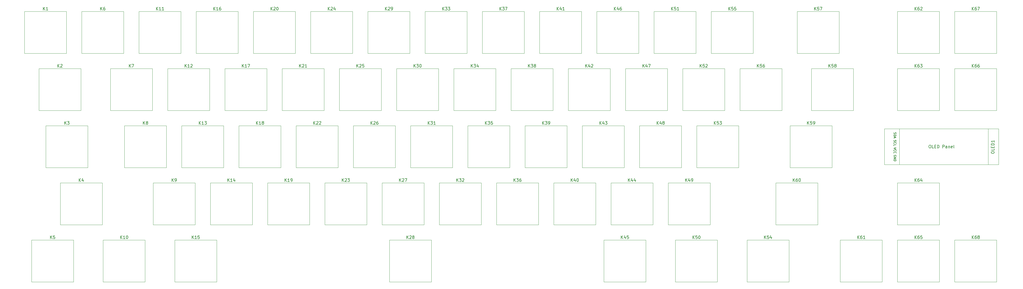
<source format=gbr>
G04 #@! TF.GenerationSoftware,KiCad,Pcbnew,(5.1.12)-1*
G04 #@! TF.CreationDate,2021-11-30T17:05:59-08:00*
G04 #@! TF.ProjectId,oled68 pcb,6f6c6564-3638-4207-9063-622e6b696361,rev?*
G04 #@! TF.SameCoordinates,Original*
G04 #@! TF.FileFunction,Legend,Top*
G04 #@! TF.FilePolarity,Positive*
%FSLAX46Y46*%
G04 Gerber Fmt 4.6, Leading zero omitted, Abs format (unit mm)*
G04 Created by KiCad (PCBNEW (5.1.12)-1) date 2021-11-30 17:05:59*
%MOMM*%
%LPD*%
G01*
G04 APERTURE LIST*
%ADD10C,0.120000*%
%ADD11C,0.040000*%
%ADD12C,0.150000*%
G04 APERTURE END LIST*
D10*
X-33903300Y-73439000D02*
X-19933300Y-73439000D01*
X-19933300Y-73439000D02*
X-19933300Y-87409000D01*
X-19933300Y-87409000D02*
X-33903300Y-87409000D01*
X-33903300Y-87409000D02*
X-33903300Y-73439000D01*
X-133852300Y-54389000D02*
X-119882300Y-54389000D01*
X-119882300Y-54389000D02*
X-119882300Y-68359000D01*
X-119882300Y-68359000D02*
X-133852300Y-68359000D01*
X-133852300Y-68359000D02*
X-133852300Y-54389000D01*
X-157657800Y-54389000D02*
X-143687800Y-54389000D01*
X-143687800Y-54389000D02*
X-143687800Y-68359000D01*
X-143687800Y-68359000D02*
X-157657800Y-68359000D01*
X-157657800Y-68359000D02*
X-157657800Y-54389000D01*
X128148700Y-92489000D02*
X142118700Y-92489000D01*
X142118700Y-92489000D02*
X142118700Y-106459000D01*
X142118700Y-106459000D02*
X128148700Y-106459000D01*
X128148700Y-106459000D02*
X128148700Y-92489000D01*
X147198700Y-54389000D02*
X161168700Y-54389000D01*
X161168700Y-54389000D02*
X161168700Y-68359000D01*
X161168700Y-68359000D02*
X147198700Y-68359000D01*
X147198700Y-68359000D02*
X147198700Y-54389000D01*
D11*
X158303700Y-86424000D02*
X158303700Y-74424000D01*
X128803700Y-86424000D02*
X128803700Y-74424000D01*
X123803700Y-86424000D02*
X161803700Y-86424000D01*
X161803700Y-86424000D02*
X161803700Y-74424000D01*
X161803700Y-74424000D02*
X123803700Y-74424000D01*
X123803700Y-74424000D02*
X123803700Y-86424000D01*
D10*
X147198700Y-111539000D02*
X161168700Y-111539000D01*
X161168700Y-111539000D02*
X161168700Y-125509000D01*
X161168700Y-125509000D02*
X147198700Y-125509000D01*
X147198700Y-125509000D02*
X147198700Y-111539000D01*
X147198700Y-35339000D02*
X161168700Y-35339000D01*
X161168700Y-35339000D02*
X161168700Y-49309000D01*
X161168700Y-49309000D02*
X147198700Y-49309000D01*
X147198700Y-49309000D02*
X147198700Y-35339000D01*
X128148700Y-111539000D02*
X142118700Y-111539000D01*
X142118700Y-111539000D02*
X142118700Y-125509000D01*
X142118700Y-125509000D02*
X128148700Y-125509000D01*
X128148700Y-125509000D02*
X128148700Y-111539000D01*
X128148700Y-54389000D02*
X142118700Y-54389000D01*
X142118700Y-54389000D02*
X142118700Y-68359000D01*
X142118700Y-68359000D02*
X128148700Y-68359000D01*
X128148700Y-68359000D02*
X128148700Y-54389000D01*
X128148700Y-35339000D02*
X142118700Y-35339000D01*
X142118700Y-35339000D02*
X142118700Y-49309000D01*
X142118700Y-49309000D02*
X128148700Y-49309000D01*
X128148700Y-49309000D02*
X128148700Y-35339000D01*
X109098700Y-111539000D02*
X123068700Y-111539000D01*
X123068700Y-111539000D02*
X123068700Y-125509000D01*
X123068700Y-125509000D02*
X109098700Y-125509000D01*
X109098700Y-125509000D02*
X109098700Y-111539000D01*
X87635700Y-92489000D02*
X101605700Y-92489000D01*
X101605700Y-92489000D02*
X101605700Y-106459000D01*
X101605700Y-106459000D02*
X87635700Y-106459000D01*
X87635700Y-106459000D02*
X87635700Y-92489000D01*
X92398200Y-73439000D02*
X106368200Y-73439000D01*
X106368200Y-73439000D02*
X106368200Y-87409000D01*
X106368200Y-87409000D02*
X92398200Y-87409000D01*
X92398200Y-87409000D02*
X92398200Y-73439000D01*
X99510200Y-54389000D02*
X113480200Y-54389000D01*
X113480200Y-54389000D02*
X113480200Y-68359000D01*
X113480200Y-68359000D02*
X99510200Y-68359000D01*
X99510200Y-68359000D02*
X99510200Y-54389000D01*
X94747700Y-35339000D02*
X108717700Y-35339000D01*
X108717700Y-35339000D02*
X108717700Y-49309000D01*
X108717700Y-49309000D02*
X94747700Y-49309000D01*
X94747700Y-49309000D02*
X94747700Y-35339000D01*
X75697700Y-54389000D02*
X89667700Y-54389000D01*
X89667700Y-54389000D02*
X89667700Y-68359000D01*
X89667700Y-68359000D02*
X75697700Y-68359000D01*
X75697700Y-68359000D02*
X75697700Y-54389000D01*
X66172700Y-35339000D02*
X80142700Y-35339000D01*
X80142700Y-35339000D02*
X80142700Y-49309000D01*
X80142700Y-49309000D02*
X66172700Y-49309000D01*
X66172700Y-49309000D02*
X66172700Y-35339000D01*
X78047200Y-111539000D02*
X92017200Y-111539000D01*
X92017200Y-111539000D02*
X92017200Y-125509000D01*
X92017200Y-125509000D02*
X78047200Y-125509000D01*
X78047200Y-125509000D02*
X78047200Y-111539000D01*
X61346700Y-73439000D02*
X75316700Y-73439000D01*
X75316700Y-73439000D02*
X75316700Y-87409000D01*
X75316700Y-87409000D02*
X61346700Y-87409000D01*
X61346700Y-87409000D02*
X61346700Y-73439000D01*
X56647700Y-54389000D02*
X70617700Y-54389000D01*
X70617700Y-54389000D02*
X70617700Y-68359000D01*
X70617700Y-68359000D02*
X56647700Y-68359000D01*
X56647700Y-68359000D02*
X56647700Y-54389000D01*
X47122700Y-35339000D02*
X61092700Y-35339000D01*
X61092700Y-35339000D02*
X61092700Y-49309000D01*
X61092700Y-49309000D02*
X47122700Y-49309000D01*
X47122700Y-49309000D02*
X47122700Y-35339000D01*
X54234700Y-111539000D02*
X68204700Y-111539000D01*
X68204700Y-111539000D02*
X68204700Y-125509000D01*
X68204700Y-125509000D02*
X54234700Y-125509000D01*
X54234700Y-125509000D02*
X54234700Y-111539000D01*
X51821700Y-92489000D02*
X65791700Y-92489000D01*
X65791700Y-92489000D02*
X65791700Y-106459000D01*
X65791700Y-106459000D02*
X51821700Y-106459000D01*
X51821700Y-106459000D02*
X51821700Y-92489000D01*
X42296700Y-73439000D02*
X56266700Y-73439000D01*
X56266700Y-73439000D02*
X56266700Y-87409000D01*
X56266700Y-87409000D02*
X42296700Y-87409000D01*
X42296700Y-87409000D02*
X42296700Y-73439000D01*
X37597700Y-54389000D02*
X51567700Y-54389000D01*
X51567700Y-54389000D02*
X51567700Y-68359000D01*
X51567700Y-68359000D02*
X37597700Y-68359000D01*
X37597700Y-68359000D02*
X37597700Y-54389000D01*
X28072700Y-35339000D02*
X42042700Y-35339000D01*
X42042700Y-35339000D02*
X42042700Y-49309000D01*
X42042700Y-49309000D02*
X28072700Y-49309000D01*
X28072700Y-49309000D02*
X28072700Y-35339000D01*
X30422200Y-111539000D02*
X44392200Y-111539000D01*
X44392200Y-111539000D02*
X44392200Y-125509000D01*
X44392200Y-125509000D02*
X30422200Y-125509000D01*
X30422200Y-125509000D02*
X30422200Y-111539000D01*
X32771700Y-92489000D02*
X46741700Y-92489000D01*
X46741700Y-92489000D02*
X46741700Y-106459000D01*
X46741700Y-106459000D02*
X32771700Y-106459000D01*
X32771700Y-106459000D02*
X32771700Y-92489000D01*
X23246700Y-73439000D02*
X37216700Y-73439000D01*
X37216700Y-73439000D02*
X37216700Y-87409000D01*
X37216700Y-87409000D02*
X23246700Y-87409000D01*
X23246700Y-87409000D02*
X23246700Y-73439000D01*
X18547700Y-54389000D02*
X32517700Y-54389000D01*
X32517700Y-54389000D02*
X32517700Y-68359000D01*
X32517700Y-68359000D02*
X18547700Y-68359000D01*
X18547700Y-68359000D02*
X18547700Y-54389000D01*
X9022700Y-35339000D02*
X22992700Y-35339000D01*
X22992700Y-35339000D02*
X22992700Y-49309000D01*
X22992700Y-49309000D02*
X9022700Y-49309000D01*
X9022700Y-49309000D02*
X9022700Y-35339000D01*
X13721700Y-92489000D02*
X27691700Y-92489000D01*
X27691700Y-92489000D02*
X27691700Y-106459000D01*
X27691700Y-106459000D02*
X13721700Y-106459000D01*
X13721700Y-106459000D02*
X13721700Y-92489000D01*
X4196700Y-73439000D02*
X18166700Y-73439000D01*
X18166700Y-73439000D02*
X18166700Y-87409000D01*
X18166700Y-87409000D02*
X4196700Y-87409000D01*
X4196700Y-87409000D02*
X4196700Y-73439000D01*
X-502300Y-54389000D02*
X13467700Y-54389000D01*
X13467700Y-54389000D02*
X13467700Y-68359000D01*
X13467700Y-68359000D02*
X-502300Y-68359000D01*
X-502300Y-68359000D02*
X-502300Y-54389000D01*
X-10027300Y-35339000D02*
X3942700Y-35339000D01*
X3942700Y-35339000D02*
X3942700Y-49309000D01*
X3942700Y-49309000D02*
X-10027300Y-49309000D01*
X-10027300Y-49309000D02*
X-10027300Y-35339000D01*
X-5328300Y-92489000D02*
X8641700Y-92489000D01*
X8641700Y-92489000D02*
X8641700Y-106459000D01*
X8641700Y-106459000D02*
X-5328300Y-106459000D01*
X-5328300Y-106459000D02*
X-5328300Y-92489000D01*
X-14853300Y-73439000D02*
X-883300Y-73439000D01*
X-883300Y-73439000D02*
X-883300Y-87409000D01*
X-883300Y-87409000D02*
X-14853300Y-87409000D01*
X-14853300Y-87409000D02*
X-14853300Y-73439000D01*
X-19552300Y-54389000D02*
X-5582300Y-54389000D01*
X-5582300Y-54389000D02*
X-5582300Y-68359000D01*
X-5582300Y-68359000D02*
X-19552300Y-68359000D01*
X-19552300Y-68359000D02*
X-19552300Y-54389000D01*
X-29077300Y-35339000D02*
X-15107300Y-35339000D01*
X-15107300Y-35339000D02*
X-15107300Y-49309000D01*
X-15107300Y-49309000D02*
X-29077300Y-49309000D01*
X-29077300Y-49309000D02*
X-29077300Y-35339000D01*
X-24378300Y-92489000D02*
X-10408300Y-92489000D01*
X-10408300Y-92489000D02*
X-10408300Y-106459000D01*
X-10408300Y-106459000D02*
X-24378300Y-106459000D01*
X-24378300Y-106459000D02*
X-24378300Y-92489000D01*
X-38602300Y-54389000D02*
X-24632300Y-54389000D01*
X-24632300Y-54389000D02*
X-24632300Y-68359000D01*
X-24632300Y-68359000D02*
X-38602300Y-68359000D01*
X-38602300Y-68359000D02*
X-38602300Y-54389000D01*
X-48127300Y-35339000D02*
X-34157300Y-35339000D01*
X-34157300Y-35339000D02*
X-34157300Y-49309000D01*
X-34157300Y-49309000D02*
X-48127300Y-49309000D01*
X-48127300Y-49309000D02*
X-48127300Y-35339000D01*
X-40977300Y-111554000D02*
X-27007300Y-111554000D01*
X-27007300Y-111554000D02*
X-27007300Y-125524000D01*
X-27007300Y-125524000D02*
X-40977300Y-125524000D01*
X-40977300Y-125524000D02*
X-40977300Y-111554000D01*
X-43428300Y-92489000D02*
X-29458300Y-92489000D01*
X-29458300Y-92489000D02*
X-29458300Y-106459000D01*
X-29458300Y-106459000D02*
X-43428300Y-106459000D01*
X-43428300Y-106459000D02*
X-43428300Y-92489000D01*
X-52953300Y-73439000D02*
X-38983300Y-73439000D01*
X-38983300Y-73439000D02*
X-38983300Y-87409000D01*
X-38983300Y-87409000D02*
X-52953300Y-87409000D01*
X-52953300Y-87409000D02*
X-52953300Y-73439000D01*
X-57652300Y-54389000D02*
X-43682300Y-54389000D01*
X-43682300Y-54389000D02*
X-43682300Y-68359000D01*
X-43682300Y-68359000D02*
X-57652300Y-68359000D01*
X-57652300Y-68359000D02*
X-57652300Y-54389000D01*
X-67177300Y-35339000D02*
X-53207300Y-35339000D01*
X-53207300Y-35339000D02*
X-53207300Y-49309000D01*
X-53207300Y-49309000D02*
X-67177300Y-49309000D01*
X-67177300Y-49309000D02*
X-67177300Y-35339000D01*
X-62478300Y-92489000D02*
X-48508300Y-92489000D01*
X-48508300Y-92489000D02*
X-48508300Y-106459000D01*
X-48508300Y-106459000D02*
X-62478300Y-106459000D01*
X-62478300Y-106459000D02*
X-62478300Y-92489000D01*
X-72003300Y-73439000D02*
X-58033300Y-73439000D01*
X-58033300Y-73439000D02*
X-58033300Y-87409000D01*
X-58033300Y-87409000D02*
X-72003300Y-87409000D01*
X-72003300Y-87409000D02*
X-72003300Y-73439000D01*
X-76702300Y-54389000D02*
X-62732300Y-54389000D01*
X-62732300Y-54389000D02*
X-62732300Y-68359000D01*
X-62732300Y-68359000D02*
X-76702300Y-68359000D01*
X-76702300Y-68359000D02*
X-76702300Y-54389000D01*
X-86227300Y-35339000D02*
X-72257300Y-35339000D01*
X-72257300Y-35339000D02*
X-72257300Y-49309000D01*
X-72257300Y-49309000D02*
X-86227300Y-49309000D01*
X-86227300Y-49309000D02*
X-86227300Y-35339000D01*
X-81528300Y-92489000D02*
X-67558300Y-92489000D01*
X-67558300Y-92489000D02*
X-67558300Y-106459000D01*
X-67558300Y-106459000D02*
X-81528300Y-106459000D01*
X-81528300Y-106459000D02*
X-81528300Y-92489000D01*
X-91053300Y-73439000D02*
X-77083300Y-73439000D01*
X-77083300Y-73439000D02*
X-77083300Y-87409000D01*
X-77083300Y-87409000D02*
X-91053300Y-87409000D01*
X-91053300Y-87409000D02*
X-91053300Y-73439000D01*
X-95752300Y-54389000D02*
X-81782300Y-54389000D01*
X-81782300Y-54389000D02*
X-81782300Y-68359000D01*
X-81782300Y-68359000D02*
X-95752300Y-68359000D01*
X-95752300Y-68359000D02*
X-95752300Y-54389000D01*
X-105277300Y-35339000D02*
X-91307300Y-35339000D01*
X-91307300Y-35339000D02*
X-91307300Y-49309000D01*
X-91307300Y-49309000D02*
X-105277300Y-49309000D01*
X-105277300Y-49309000D02*
X-105277300Y-35339000D01*
X-112452800Y-111539000D02*
X-98482800Y-111539000D01*
X-98482800Y-111539000D02*
X-98482800Y-125509000D01*
X-98482800Y-125509000D02*
X-112452800Y-125509000D01*
X-112452800Y-125509000D02*
X-112452800Y-111539000D01*
X-100578300Y-92489000D02*
X-86608300Y-92489000D01*
X-86608300Y-92489000D02*
X-86608300Y-106459000D01*
X-86608300Y-106459000D02*
X-100578300Y-106459000D01*
X-100578300Y-106459000D02*
X-100578300Y-92489000D01*
X-110103300Y-73439000D02*
X-96133300Y-73439000D01*
X-96133300Y-73439000D02*
X-96133300Y-87409000D01*
X-96133300Y-87409000D02*
X-110103300Y-87409000D01*
X-110103300Y-87409000D02*
X-110103300Y-73439000D01*
X-114802300Y-54389000D02*
X-100832300Y-54389000D01*
X-100832300Y-54389000D02*
X-100832300Y-68359000D01*
X-100832300Y-68359000D02*
X-114802300Y-68359000D01*
X-114802300Y-68359000D02*
X-114802300Y-54389000D01*
X-124327300Y-35339000D02*
X-110357300Y-35339000D01*
X-110357300Y-35339000D02*
X-110357300Y-49309000D01*
X-110357300Y-49309000D02*
X-124327300Y-49309000D01*
X-124327300Y-49309000D02*
X-124327300Y-35339000D01*
X-136265300Y-111539000D02*
X-122295300Y-111539000D01*
X-122295300Y-111539000D02*
X-122295300Y-125509000D01*
X-122295300Y-125509000D02*
X-136265300Y-125509000D01*
X-136265300Y-125509000D02*
X-136265300Y-111539000D01*
X-119628300Y-92489000D02*
X-105658300Y-92489000D01*
X-105658300Y-92489000D02*
X-105658300Y-106459000D01*
X-105658300Y-106459000D02*
X-119628300Y-106459000D01*
X-119628300Y-106459000D02*
X-119628300Y-92489000D01*
X-129153300Y-73439000D02*
X-115183300Y-73439000D01*
X-115183300Y-73439000D02*
X-115183300Y-87409000D01*
X-115183300Y-87409000D02*
X-129153300Y-87409000D01*
X-129153300Y-87409000D02*
X-129153300Y-73439000D01*
X-143377300Y-35339000D02*
X-129407300Y-35339000D01*
X-129407300Y-35339000D02*
X-129407300Y-49309000D01*
X-129407300Y-49309000D02*
X-143377300Y-49309000D01*
X-143377300Y-49309000D02*
X-143377300Y-35339000D01*
X-160077800Y-111539000D02*
X-146107800Y-111539000D01*
X-146107800Y-111539000D02*
X-146107800Y-125509000D01*
X-146107800Y-125509000D02*
X-160077800Y-125509000D01*
X-160077800Y-125509000D02*
X-160077800Y-111539000D01*
X-150552800Y-92489000D02*
X-136582800Y-92489000D01*
X-136582800Y-92489000D02*
X-136582800Y-106459000D01*
X-136582800Y-106459000D02*
X-150552800Y-106459000D01*
X-150552800Y-106459000D02*
X-150552800Y-92489000D01*
X-155315300Y-73439000D02*
X-141345300Y-73439000D01*
X-141345300Y-73439000D02*
X-141345300Y-87409000D01*
X-141345300Y-87409000D02*
X-155315300Y-87409000D01*
X-155315300Y-87409000D02*
X-155315300Y-73439000D01*
X-162427300Y-35339000D02*
X-148457300Y-35339000D01*
X-148457300Y-35339000D02*
X-148457300Y-49309000D01*
X-148457300Y-49309000D02*
X-162427300Y-49309000D01*
X-162427300Y-49309000D02*
X-162427300Y-35339000D01*
D12*
X-28132585Y-73002380D02*
X-28132585Y-72002380D01*
X-27561157Y-73002380D02*
X-27989728Y-72430952D01*
X-27561157Y-72002380D02*
X-28132585Y-72573809D01*
X-27227823Y-72002380D02*
X-26608776Y-72002380D01*
X-26942109Y-72383333D01*
X-26799252Y-72383333D01*
X-26704014Y-72430952D01*
X-26656395Y-72478571D01*
X-26608776Y-72573809D01*
X-26608776Y-72811904D01*
X-26656395Y-72907142D01*
X-26704014Y-72954761D01*
X-26799252Y-73002380D01*
X-27084966Y-73002380D01*
X-27180204Y-72954761D01*
X-27227823Y-72907142D01*
X-25656395Y-73002380D02*
X-26227823Y-73002380D01*
X-25942109Y-73002380D02*
X-25942109Y-72002380D01*
X-26037347Y-72145238D01*
X-26132585Y-72240476D01*
X-26227823Y-72288095D01*
X-127605395Y-53952380D02*
X-127605395Y-52952380D01*
X-127033966Y-53952380D02*
X-127462538Y-53380952D01*
X-127033966Y-52952380D02*
X-127605395Y-53523809D01*
X-126700633Y-52952380D02*
X-126033966Y-52952380D01*
X-126462538Y-53952380D01*
X-151410895Y-53952380D02*
X-151410895Y-52952380D01*
X-150839466Y-53952380D02*
X-151268038Y-53380952D01*
X-150839466Y-52952380D02*
X-151410895Y-53523809D01*
X-150458514Y-53047619D02*
X-150410895Y-53000000D01*
X-150315657Y-52952380D01*
X-150077561Y-52952380D01*
X-149982323Y-53000000D01*
X-149934704Y-53047619D01*
X-149887085Y-53142857D01*
X-149887085Y-53238095D01*
X-149934704Y-53380952D01*
X-150506133Y-53952380D01*
X-149887085Y-53952380D01*
X133919414Y-92052380D02*
X133919414Y-91052380D01*
X134490842Y-92052380D02*
X134062271Y-91480952D01*
X134490842Y-91052380D02*
X133919414Y-91623809D01*
X135347985Y-91052380D02*
X135157509Y-91052380D01*
X135062271Y-91100000D01*
X135014652Y-91147619D01*
X134919414Y-91290476D01*
X134871795Y-91480952D01*
X134871795Y-91861904D01*
X134919414Y-91957142D01*
X134967033Y-92004761D01*
X135062271Y-92052380D01*
X135252747Y-92052380D01*
X135347985Y-92004761D01*
X135395604Y-91957142D01*
X135443223Y-91861904D01*
X135443223Y-91623809D01*
X135395604Y-91528571D01*
X135347985Y-91480952D01*
X135252747Y-91433333D01*
X135062271Y-91433333D01*
X134967033Y-91480952D01*
X134919414Y-91528571D01*
X134871795Y-91623809D01*
X136300366Y-91385714D02*
X136300366Y-92052380D01*
X136062271Y-91004761D02*
X135824176Y-91719047D01*
X136443223Y-91719047D01*
X152969414Y-53952380D02*
X152969414Y-52952380D01*
X153540842Y-53952380D02*
X153112271Y-53380952D01*
X153540842Y-52952380D02*
X152969414Y-53523809D01*
X154397985Y-52952380D02*
X154207509Y-52952380D01*
X154112271Y-53000000D01*
X154064652Y-53047619D01*
X153969414Y-53190476D01*
X153921795Y-53380952D01*
X153921795Y-53761904D01*
X153969414Y-53857142D01*
X154017033Y-53904761D01*
X154112271Y-53952380D01*
X154302747Y-53952380D01*
X154397985Y-53904761D01*
X154445604Y-53857142D01*
X154493223Y-53761904D01*
X154493223Y-53523809D01*
X154445604Y-53428571D01*
X154397985Y-53380952D01*
X154302747Y-53333333D01*
X154112271Y-53333333D01*
X154017033Y-53380952D01*
X153969414Y-53428571D01*
X153921795Y-53523809D01*
X155350366Y-52952380D02*
X155159890Y-52952380D01*
X155064652Y-53000000D01*
X155017033Y-53047619D01*
X154921795Y-53190476D01*
X154874176Y-53380952D01*
X154874176Y-53761904D01*
X154921795Y-53857142D01*
X154969414Y-53904761D01*
X155064652Y-53952380D01*
X155255128Y-53952380D01*
X155350366Y-53904761D01*
X155397985Y-53857142D01*
X155445604Y-53761904D01*
X155445604Y-53523809D01*
X155397985Y-53428571D01*
X155350366Y-53380952D01*
X155255128Y-53333333D01*
X155064652Y-53333333D01*
X154969414Y-53380952D01*
X154921795Y-53428571D01*
X154874176Y-53523809D01*
X159356080Y-82442571D02*
X159356080Y-82252095D01*
X159403700Y-82156857D01*
X159498938Y-82061619D01*
X159689414Y-82014000D01*
X160022747Y-82014000D01*
X160213223Y-82061619D01*
X160308461Y-82156857D01*
X160356080Y-82252095D01*
X160356080Y-82442571D01*
X160308461Y-82537809D01*
X160213223Y-82633047D01*
X160022747Y-82680666D01*
X159689414Y-82680666D01*
X159498938Y-82633047D01*
X159403700Y-82537809D01*
X159356080Y-82442571D01*
X160356080Y-81109238D02*
X160356080Y-81585428D01*
X159356080Y-81585428D01*
X159832271Y-80775904D02*
X159832271Y-80442571D01*
X160356080Y-80299714D02*
X160356080Y-80775904D01*
X159356080Y-80775904D01*
X159356080Y-80299714D01*
X160356080Y-79871142D02*
X159356080Y-79871142D01*
X159356080Y-79633047D01*
X159403700Y-79490190D01*
X159498938Y-79394952D01*
X159594176Y-79347333D01*
X159784652Y-79299714D01*
X159927509Y-79299714D01*
X160117985Y-79347333D01*
X160213223Y-79394952D01*
X160308461Y-79490190D01*
X160356080Y-79633047D01*
X160356080Y-79871142D01*
X160356080Y-78347333D02*
X160356080Y-78918761D01*
X160356080Y-78633047D02*
X159356080Y-78633047D01*
X159498938Y-78728285D01*
X159594176Y-78823523D01*
X159641795Y-78918761D01*
X138875128Y-79876380D02*
X139065604Y-79876380D01*
X139160842Y-79924000D01*
X139256080Y-80019238D01*
X139303700Y-80209714D01*
X139303700Y-80543047D01*
X139256080Y-80733523D01*
X139160842Y-80828761D01*
X139065604Y-80876380D01*
X138875128Y-80876380D01*
X138779890Y-80828761D01*
X138684652Y-80733523D01*
X138637033Y-80543047D01*
X138637033Y-80209714D01*
X138684652Y-80019238D01*
X138779890Y-79924000D01*
X138875128Y-79876380D01*
X140208461Y-80876380D02*
X139732271Y-80876380D01*
X139732271Y-79876380D01*
X140541795Y-80352571D02*
X140875128Y-80352571D01*
X141017985Y-80876380D02*
X140541795Y-80876380D01*
X140541795Y-79876380D01*
X141017985Y-79876380D01*
X141446557Y-80876380D02*
X141446557Y-79876380D01*
X141684652Y-79876380D01*
X141827509Y-79924000D01*
X141922747Y-80019238D01*
X141970366Y-80114476D01*
X142017985Y-80304952D01*
X142017985Y-80447809D01*
X141970366Y-80638285D01*
X141922747Y-80733523D01*
X141827509Y-80828761D01*
X141684652Y-80876380D01*
X141446557Y-80876380D01*
X143208461Y-80876380D02*
X143208461Y-79876380D01*
X143589414Y-79876380D01*
X143684652Y-79924000D01*
X143732271Y-79971619D01*
X143779890Y-80066857D01*
X143779890Y-80209714D01*
X143732271Y-80304952D01*
X143684652Y-80352571D01*
X143589414Y-80400190D01*
X143208461Y-80400190D01*
X144637033Y-80876380D02*
X144637033Y-80352571D01*
X144589414Y-80257333D01*
X144494176Y-80209714D01*
X144303700Y-80209714D01*
X144208461Y-80257333D01*
X144637033Y-80828761D02*
X144541795Y-80876380D01*
X144303700Y-80876380D01*
X144208461Y-80828761D01*
X144160842Y-80733523D01*
X144160842Y-80638285D01*
X144208461Y-80543047D01*
X144303700Y-80495428D01*
X144541795Y-80495428D01*
X144637033Y-80447809D01*
X145113223Y-80209714D02*
X145113223Y-80876380D01*
X145113223Y-80304952D02*
X145160842Y-80257333D01*
X145256080Y-80209714D01*
X145398938Y-80209714D01*
X145494176Y-80257333D01*
X145541795Y-80352571D01*
X145541795Y-80876380D01*
X146398938Y-80828761D02*
X146303700Y-80876380D01*
X146113223Y-80876380D01*
X146017985Y-80828761D01*
X145970366Y-80733523D01*
X145970366Y-80352571D01*
X146017985Y-80257333D01*
X146113223Y-80209714D01*
X146303700Y-80209714D01*
X146398938Y-80257333D01*
X146446557Y-80352571D01*
X146446557Y-80447809D01*
X145970366Y-80543047D01*
X147017985Y-80876380D02*
X146922747Y-80828761D01*
X146875128Y-80733523D01*
X146875128Y-79876380D01*
X127678700Y-83662571D02*
X127714414Y-83591142D01*
X127714414Y-83484000D01*
X127678700Y-83376857D01*
X127607271Y-83305428D01*
X127535842Y-83269714D01*
X127392985Y-83234000D01*
X127285842Y-83234000D01*
X127142985Y-83269714D01*
X127071557Y-83305428D01*
X127000128Y-83376857D01*
X126964414Y-83484000D01*
X126964414Y-83555428D01*
X127000128Y-83662571D01*
X127035842Y-83698285D01*
X127285842Y-83698285D01*
X127285842Y-83555428D01*
X126964414Y-84019714D02*
X127714414Y-84019714D01*
X126964414Y-84448285D01*
X127714414Y-84448285D01*
X126964414Y-84805428D02*
X127714414Y-84805428D01*
X127714414Y-84984000D01*
X127678700Y-85091142D01*
X127607271Y-85162571D01*
X127535842Y-85198285D01*
X127392985Y-85234000D01*
X127285842Y-85234000D01*
X127142985Y-85198285D01*
X127071557Y-85162571D01*
X127000128Y-85091142D01*
X126964414Y-84984000D01*
X126964414Y-84805428D01*
X127714414Y-80694000D02*
X126964414Y-80944000D01*
X127714414Y-81194000D01*
X127035842Y-81872571D02*
X127000128Y-81836857D01*
X126964414Y-81729714D01*
X126964414Y-81658285D01*
X127000128Y-81551142D01*
X127071557Y-81479714D01*
X127142985Y-81444000D01*
X127285842Y-81408285D01*
X127392985Y-81408285D01*
X127535842Y-81444000D01*
X127607271Y-81479714D01*
X127678700Y-81551142D01*
X127714414Y-81658285D01*
X127714414Y-81729714D01*
X127678700Y-81836857D01*
X127642985Y-81872571D01*
X127035842Y-82622571D02*
X127000128Y-82586857D01*
X126964414Y-82479714D01*
X126964414Y-82408285D01*
X127000128Y-82301142D01*
X127071557Y-82229714D01*
X127142985Y-82194000D01*
X127285842Y-82158285D01*
X127392985Y-82158285D01*
X127535842Y-82194000D01*
X127607271Y-82229714D01*
X127678700Y-82301142D01*
X127714414Y-82408285D01*
X127714414Y-82479714D01*
X127678700Y-82586857D01*
X127642985Y-82622571D01*
X127000128Y-78261142D02*
X126964414Y-78368285D01*
X126964414Y-78546857D01*
X127000128Y-78618285D01*
X127035842Y-78654000D01*
X127107271Y-78689714D01*
X127178700Y-78689714D01*
X127250128Y-78654000D01*
X127285842Y-78618285D01*
X127321557Y-78546857D01*
X127357271Y-78404000D01*
X127392985Y-78332571D01*
X127428700Y-78296857D01*
X127500128Y-78261142D01*
X127571557Y-78261142D01*
X127642985Y-78296857D01*
X127678700Y-78332571D01*
X127714414Y-78404000D01*
X127714414Y-78582571D01*
X127678700Y-78689714D01*
X127035842Y-79439714D02*
X127000128Y-79404000D01*
X126964414Y-79296857D01*
X126964414Y-79225428D01*
X127000128Y-79118285D01*
X127071557Y-79046857D01*
X127142985Y-79011142D01*
X127285842Y-78975428D01*
X127392985Y-78975428D01*
X127535842Y-79011142D01*
X127607271Y-79046857D01*
X127678700Y-79118285D01*
X127714414Y-79225428D01*
X127714414Y-79296857D01*
X127678700Y-79404000D01*
X127642985Y-79439714D01*
X126964414Y-80118285D02*
X126964414Y-79761142D01*
X127714414Y-79761142D01*
X127000128Y-75703285D02*
X126964414Y-75810428D01*
X126964414Y-75989000D01*
X127000128Y-76060428D01*
X127035842Y-76096142D01*
X127107271Y-76131857D01*
X127178700Y-76131857D01*
X127250128Y-76096142D01*
X127285842Y-76060428D01*
X127321557Y-75989000D01*
X127357271Y-75846142D01*
X127392985Y-75774714D01*
X127428700Y-75739000D01*
X127500128Y-75703285D01*
X127571557Y-75703285D01*
X127642985Y-75739000D01*
X127678700Y-75774714D01*
X127714414Y-75846142D01*
X127714414Y-76024714D01*
X127678700Y-76131857D01*
X126964414Y-76453285D02*
X127714414Y-76453285D01*
X127714414Y-76631857D01*
X127678700Y-76739000D01*
X127607271Y-76810428D01*
X127535842Y-76846142D01*
X127392985Y-76881857D01*
X127285842Y-76881857D01*
X127142985Y-76846142D01*
X127071557Y-76810428D01*
X127000128Y-76739000D01*
X126964414Y-76631857D01*
X126964414Y-76453285D01*
X127178700Y-77167571D02*
X127178700Y-77524714D01*
X126964414Y-77096142D02*
X127714414Y-77346142D01*
X126964414Y-77596142D01*
X152969414Y-111102380D02*
X152969414Y-110102380D01*
X153540842Y-111102380D02*
X153112271Y-110530952D01*
X153540842Y-110102380D02*
X152969414Y-110673809D01*
X154397985Y-110102380D02*
X154207509Y-110102380D01*
X154112271Y-110150000D01*
X154064652Y-110197619D01*
X153969414Y-110340476D01*
X153921795Y-110530952D01*
X153921795Y-110911904D01*
X153969414Y-111007142D01*
X154017033Y-111054761D01*
X154112271Y-111102380D01*
X154302747Y-111102380D01*
X154397985Y-111054761D01*
X154445604Y-111007142D01*
X154493223Y-110911904D01*
X154493223Y-110673809D01*
X154445604Y-110578571D01*
X154397985Y-110530952D01*
X154302747Y-110483333D01*
X154112271Y-110483333D01*
X154017033Y-110530952D01*
X153969414Y-110578571D01*
X153921795Y-110673809D01*
X155064652Y-110530952D02*
X154969414Y-110483333D01*
X154921795Y-110435714D01*
X154874176Y-110340476D01*
X154874176Y-110292857D01*
X154921795Y-110197619D01*
X154969414Y-110150000D01*
X155064652Y-110102380D01*
X155255128Y-110102380D01*
X155350366Y-110150000D01*
X155397985Y-110197619D01*
X155445604Y-110292857D01*
X155445604Y-110340476D01*
X155397985Y-110435714D01*
X155350366Y-110483333D01*
X155255128Y-110530952D01*
X155064652Y-110530952D01*
X154969414Y-110578571D01*
X154921795Y-110626190D01*
X154874176Y-110721428D01*
X154874176Y-110911904D01*
X154921795Y-111007142D01*
X154969414Y-111054761D01*
X155064652Y-111102380D01*
X155255128Y-111102380D01*
X155350366Y-111054761D01*
X155397985Y-111007142D01*
X155445604Y-110911904D01*
X155445604Y-110721428D01*
X155397985Y-110626190D01*
X155350366Y-110578571D01*
X155255128Y-110530952D01*
X152969414Y-34902380D02*
X152969414Y-33902380D01*
X153540842Y-34902380D02*
X153112271Y-34330952D01*
X153540842Y-33902380D02*
X152969414Y-34473809D01*
X154397985Y-33902380D02*
X154207509Y-33902380D01*
X154112271Y-33950000D01*
X154064652Y-33997619D01*
X153969414Y-34140476D01*
X153921795Y-34330952D01*
X153921795Y-34711904D01*
X153969414Y-34807142D01*
X154017033Y-34854761D01*
X154112271Y-34902380D01*
X154302747Y-34902380D01*
X154397985Y-34854761D01*
X154445604Y-34807142D01*
X154493223Y-34711904D01*
X154493223Y-34473809D01*
X154445604Y-34378571D01*
X154397985Y-34330952D01*
X154302747Y-34283333D01*
X154112271Y-34283333D01*
X154017033Y-34330952D01*
X153969414Y-34378571D01*
X153921795Y-34473809D01*
X154826557Y-33902380D02*
X155493223Y-33902380D01*
X155064652Y-34902380D01*
X133919414Y-111102380D02*
X133919414Y-110102380D01*
X134490842Y-111102380D02*
X134062271Y-110530952D01*
X134490842Y-110102380D02*
X133919414Y-110673809D01*
X135347985Y-110102380D02*
X135157509Y-110102380D01*
X135062271Y-110150000D01*
X135014652Y-110197619D01*
X134919414Y-110340476D01*
X134871795Y-110530952D01*
X134871795Y-110911904D01*
X134919414Y-111007142D01*
X134967033Y-111054761D01*
X135062271Y-111102380D01*
X135252747Y-111102380D01*
X135347985Y-111054761D01*
X135395604Y-111007142D01*
X135443223Y-110911904D01*
X135443223Y-110673809D01*
X135395604Y-110578571D01*
X135347985Y-110530952D01*
X135252747Y-110483333D01*
X135062271Y-110483333D01*
X134967033Y-110530952D01*
X134919414Y-110578571D01*
X134871795Y-110673809D01*
X136347985Y-110102380D02*
X135871795Y-110102380D01*
X135824176Y-110578571D01*
X135871795Y-110530952D01*
X135967033Y-110483333D01*
X136205128Y-110483333D01*
X136300366Y-110530952D01*
X136347985Y-110578571D01*
X136395604Y-110673809D01*
X136395604Y-110911904D01*
X136347985Y-111007142D01*
X136300366Y-111054761D01*
X136205128Y-111102380D01*
X135967033Y-111102380D01*
X135871795Y-111054761D01*
X135824176Y-111007142D01*
X133919414Y-53952380D02*
X133919414Y-52952380D01*
X134490842Y-53952380D02*
X134062271Y-53380952D01*
X134490842Y-52952380D02*
X133919414Y-53523809D01*
X135347985Y-52952380D02*
X135157509Y-52952380D01*
X135062271Y-53000000D01*
X135014652Y-53047619D01*
X134919414Y-53190476D01*
X134871795Y-53380952D01*
X134871795Y-53761904D01*
X134919414Y-53857142D01*
X134967033Y-53904761D01*
X135062271Y-53952380D01*
X135252747Y-53952380D01*
X135347985Y-53904761D01*
X135395604Y-53857142D01*
X135443223Y-53761904D01*
X135443223Y-53523809D01*
X135395604Y-53428571D01*
X135347985Y-53380952D01*
X135252747Y-53333333D01*
X135062271Y-53333333D01*
X134967033Y-53380952D01*
X134919414Y-53428571D01*
X134871795Y-53523809D01*
X135776557Y-52952380D02*
X136395604Y-52952380D01*
X136062271Y-53333333D01*
X136205128Y-53333333D01*
X136300366Y-53380952D01*
X136347985Y-53428571D01*
X136395604Y-53523809D01*
X136395604Y-53761904D01*
X136347985Y-53857142D01*
X136300366Y-53904761D01*
X136205128Y-53952380D01*
X135919414Y-53952380D01*
X135824176Y-53904761D01*
X135776557Y-53857142D01*
X133919414Y-34902380D02*
X133919414Y-33902380D01*
X134490842Y-34902380D02*
X134062271Y-34330952D01*
X134490842Y-33902380D02*
X133919414Y-34473809D01*
X135347985Y-33902380D02*
X135157509Y-33902380D01*
X135062271Y-33950000D01*
X135014652Y-33997619D01*
X134919414Y-34140476D01*
X134871795Y-34330952D01*
X134871795Y-34711904D01*
X134919414Y-34807142D01*
X134967033Y-34854761D01*
X135062271Y-34902380D01*
X135252747Y-34902380D01*
X135347985Y-34854761D01*
X135395604Y-34807142D01*
X135443223Y-34711904D01*
X135443223Y-34473809D01*
X135395604Y-34378571D01*
X135347985Y-34330952D01*
X135252747Y-34283333D01*
X135062271Y-34283333D01*
X134967033Y-34330952D01*
X134919414Y-34378571D01*
X134871795Y-34473809D01*
X135824176Y-33997619D02*
X135871795Y-33950000D01*
X135967033Y-33902380D01*
X136205128Y-33902380D01*
X136300366Y-33950000D01*
X136347985Y-33997619D01*
X136395604Y-34092857D01*
X136395604Y-34188095D01*
X136347985Y-34330952D01*
X135776557Y-34902380D01*
X136395604Y-34902380D01*
X114869414Y-111102380D02*
X114869414Y-110102380D01*
X115440842Y-111102380D02*
X115012271Y-110530952D01*
X115440842Y-110102380D02*
X114869414Y-110673809D01*
X116297985Y-110102380D02*
X116107509Y-110102380D01*
X116012271Y-110150000D01*
X115964652Y-110197619D01*
X115869414Y-110340476D01*
X115821795Y-110530952D01*
X115821795Y-110911904D01*
X115869414Y-111007142D01*
X115917033Y-111054761D01*
X116012271Y-111102380D01*
X116202747Y-111102380D01*
X116297985Y-111054761D01*
X116345604Y-111007142D01*
X116393223Y-110911904D01*
X116393223Y-110673809D01*
X116345604Y-110578571D01*
X116297985Y-110530952D01*
X116202747Y-110483333D01*
X116012271Y-110483333D01*
X115917033Y-110530952D01*
X115869414Y-110578571D01*
X115821795Y-110673809D01*
X117345604Y-111102380D02*
X116774176Y-111102380D01*
X117059890Y-111102380D02*
X117059890Y-110102380D01*
X116964652Y-110245238D01*
X116869414Y-110340476D01*
X116774176Y-110388095D01*
X93406414Y-92052380D02*
X93406414Y-91052380D01*
X93977842Y-92052380D02*
X93549271Y-91480952D01*
X93977842Y-91052380D02*
X93406414Y-91623809D01*
X94834985Y-91052380D02*
X94644509Y-91052380D01*
X94549271Y-91100000D01*
X94501652Y-91147619D01*
X94406414Y-91290476D01*
X94358795Y-91480952D01*
X94358795Y-91861904D01*
X94406414Y-91957142D01*
X94454033Y-92004761D01*
X94549271Y-92052380D01*
X94739747Y-92052380D01*
X94834985Y-92004761D01*
X94882604Y-91957142D01*
X94930223Y-91861904D01*
X94930223Y-91623809D01*
X94882604Y-91528571D01*
X94834985Y-91480952D01*
X94739747Y-91433333D01*
X94549271Y-91433333D01*
X94454033Y-91480952D01*
X94406414Y-91528571D01*
X94358795Y-91623809D01*
X95549271Y-91052380D02*
X95644509Y-91052380D01*
X95739747Y-91100000D01*
X95787366Y-91147619D01*
X95834985Y-91242857D01*
X95882604Y-91433333D01*
X95882604Y-91671428D01*
X95834985Y-91861904D01*
X95787366Y-91957142D01*
X95739747Y-92004761D01*
X95644509Y-92052380D01*
X95549271Y-92052380D01*
X95454033Y-92004761D01*
X95406414Y-91957142D01*
X95358795Y-91861904D01*
X95311176Y-91671428D01*
X95311176Y-91433333D01*
X95358795Y-91242857D01*
X95406414Y-91147619D01*
X95454033Y-91100000D01*
X95549271Y-91052380D01*
X98168914Y-73002380D02*
X98168914Y-72002380D01*
X98740342Y-73002380D02*
X98311771Y-72430952D01*
X98740342Y-72002380D02*
X98168914Y-72573809D01*
X99645104Y-72002380D02*
X99168914Y-72002380D01*
X99121295Y-72478571D01*
X99168914Y-72430952D01*
X99264152Y-72383333D01*
X99502247Y-72383333D01*
X99597485Y-72430952D01*
X99645104Y-72478571D01*
X99692723Y-72573809D01*
X99692723Y-72811904D01*
X99645104Y-72907142D01*
X99597485Y-72954761D01*
X99502247Y-73002380D01*
X99264152Y-73002380D01*
X99168914Y-72954761D01*
X99121295Y-72907142D01*
X100168914Y-73002380D02*
X100359390Y-73002380D01*
X100454628Y-72954761D01*
X100502247Y-72907142D01*
X100597485Y-72764285D01*
X100645104Y-72573809D01*
X100645104Y-72192857D01*
X100597485Y-72097619D01*
X100549866Y-72050000D01*
X100454628Y-72002380D01*
X100264152Y-72002380D01*
X100168914Y-72050000D01*
X100121295Y-72097619D01*
X100073676Y-72192857D01*
X100073676Y-72430952D01*
X100121295Y-72526190D01*
X100168914Y-72573809D01*
X100264152Y-72621428D01*
X100454628Y-72621428D01*
X100549866Y-72573809D01*
X100597485Y-72526190D01*
X100645104Y-72430952D01*
X105280914Y-53952380D02*
X105280914Y-52952380D01*
X105852342Y-53952380D02*
X105423771Y-53380952D01*
X105852342Y-52952380D02*
X105280914Y-53523809D01*
X106757104Y-52952380D02*
X106280914Y-52952380D01*
X106233295Y-53428571D01*
X106280914Y-53380952D01*
X106376152Y-53333333D01*
X106614247Y-53333333D01*
X106709485Y-53380952D01*
X106757104Y-53428571D01*
X106804723Y-53523809D01*
X106804723Y-53761904D01*
X106757104Y-53857142D01*
X106709485Y-53904761D01*
X106614247Y-53952380D01*
X106376152Y-53952380D01*
X106280914Y-53904761D01*
X106233295Y-53857142D01*
X107376152Y-53380952D02*
X107280914Y-53333333D01*
X107233295Y-53285714D01*
X107185676Y-53190476D01*
X107185676Y-53142857D01*
X107233295Y-53047619D01*
X107280914Y-53000000D01*
X107376152Y-52952380D01*
X107566628Y-52952380D01*
X107661866Y-53000000D01*
X107709485Y-53047619D01*
X107757104Y-53142857D01*
X107757104Y-53190476D01*
X107709485Y-53285714D01*
X107661866Y-53333333D01*
X107566628Y-53380952D01*
X107376152Y-53380952D01*
X107280914Y-53428571D01*
X107233295Y-53476190D01*
X107185676Y-53571428D01*
X107185676Y-53761904D01*
X107233295Y-53857142D01*
X107280914Y-53904761D01*
X107376152Y-53952380D01*
X107566628Y-53952380D01*
X107661866Y-53904761D01*
X107709485Y-53857142D01*
X107757104Y-53761904D01*
X107757104Y-53571428D01*
X107709485Y-53476190D01*
X107661866Y-53428571D01*
X107566628Y-53380952D01*
X100518414Y-34902380D02*
X100518414Y-33902380D01*
X101089842Y-34902380D02*
X100661271Y-34330952D01*
X101089842Y-33902380D02*
X100518414Y-34473809D01*
X101994604Y-33902380D02*
X101518414Y-33902380D01*
X101470795Y-34378571D01*
X101518414Y-34330952D01*
X101613652Y-34283333D01*
X101851747Y-34283333D01*
X101946985Y-34330952D01*
X101994604Y-34378571D01*
X102042223Y-34473809D01*
X102042223Y-34711904D01*
X101994604Y-34807142D01*
X101946985Y-34854761D01*
X101851747Y-34902380D01*
X101613652Y-34902380D01*
X101518414Y-34854761D01*
X101470795Y-34807142D01*
X102375557Y-33902380D02*
X103042223Y-33902380D01*
X102613652Y-34902380D01*
X81468414Y-53952380D02*
X81468414Y-52952380D01*
X82039842Y-53952380D02*
X81611271Y-53380952D01*
X82039842Y-52952380D02*
X81468414Y-53523809D01*
X82944604Y-52952380D02*
X82468414Y-52952380D01*
X82420795Y-53428571D01*
X82468414Y-53380952D01*
X82563652Y-53333333D01*
X82801747Y-53333333D01*
X82896985Y-53380952D01*
X82944604Y-53428571D01*
X82992223Y-53523809D01*
X82992223Y-53761904D01*
X82944604Y-53857142D01*
X82896985Y-53904761D01*
X82801747Y-53952380D01*
X82563652Y-53952380D01*
X82468414Y-53904761D01*
X82420795Y-53857142D01*
X83849366Y-52952380D02*
X83658890Y-52952380D01*
X83563652Y-53000000D01*
X83516033Y-53047619D01*
X83420795Y-53190476D01*
X83373176Y-53380952D01*
X83373176Y-53761904D01*
X83420795Y-53857142D01*
X83468414Y-53904761D01*
X83563652Y-53952380D01*
X83754128Y-53952380D01*
X83849366Y-53904761D01*
X83896985Y-53857142D01*
X83944604Y-53761904D01*
X83944604Y-53523809D01*
X83896985Y-53428571D01*
X83849366Y-53380952D01*
X83754128Y-53333333D01*
X83563652Y-53333333D01*
X83468414Y-53380952D01*
X83420795Y-53428571D01*
X83373176Y-53523809D01*
X71943414Y-34902380D02*
X71943414Y-33902380D01*
X72514842Y-34902380D02*
X72086271Y-34330952D01*
X72514842Y-33902380D02*
X71943414Y-34473809D01*
X73419604Y-33902380D02*
X72943414Y-33902380D01*
X72895795Y-34378571D01*
X72943414Y-34330952D01*
X73038652Y-34283333D01*
X73276747Y-34283333D01*
X73371985Y-34330952D01*
X73419604Y-34378571D01*
X73467223Y-34473809D01*
X73467223Y-34711904D01*
X73419604Y-34807142D01*
X73371985Y-34854761D01*
X73276747Y-34902380D01*
X73038652Y-34902380D01*
X72943414Y-34854761D01*
X72895795Y-34807142D01*
X74371985Y-33902380D02*
X73895795Y-33902380D01*
X73848176Y-34378571D01*
X73895795Y-34330952D01*
X73991033Y-34283333D01*
X74229128Y-34283333D01*
X74324366Y-34330952D01*
X74371985Y-34378571D01*
X74419604Y-34473809D01*
X74419604Y-34711904D01*
X74371985Y-34807142D01*
X74324366Y-34854761D01*
X74229128Y-34902380D01*
X73991033Y-34902380D01*
X73895795Y-34854761D01*
X73848176Y-34807142D01*
X83817914Y-111102380D02*
X83817914Y-110102380D01*
X84389342Y-111102380D02*
X83960771Y-110530952D01*
X84389342Y-110102380D02*
X83817914Y-110673809D01*
X85294104Y-110102380D02*
X84817914Y-110102380D01*
X84770295Y-110578571D01*
X84817914Y-110530952D01*
X84913152Y-110483333D01*
X85151247Y-110483333D01*
X85246485Y-110530952D01*
X85294104Y-110578571D01*
X85341723Y-110673809D01*
X85341723Y-110911904D01*
X85294104Y-111007142D01*
X85246485Y-111054761D01*
X85151247Y-111102380D01*
X84913152Y-111102380D01*
X84817914Y-111054761D01*
X84770295Y-111007142D01*
X86198866Y-110435714D02*
X86198866Y-111102380D01*
X85960771Y-110054761D02*
X85722676Y-110769047D01*
X86341723Y-110769047D01*
X67117414Y-73002380D02*
X67117414Y-72002380D01*
X67688842Y-73002380D02*
X67260271Y-72430952D01*
X67688842Y-72002380D02*
X67117414Y-72573809D01*
X68593604Y-72002380D02*
X68117414Y-72002380D01*
X68069795Y-72478571D01*
X68117414Y-72430952D01*
X68212652Y-72383333D01*
X68450747Y-72383333D01*
X68545985Y-72430952D01*
X68593604Y-72478571D01*
X68641223Y-72573809D01*
X68641223Y-72811904D01*
X68593604Y-72907142D01*
X68545985Y-72954761D01*
X68450747Y-73002380D01*
X68212652Y-73002380D01*
X68117414Y-72954761D01*
X68069795Y-72907142D01*
X68974557Y-72002380D02*
X69593604Y-72002380D01*
X69260271Y-72383333D01*
X69403128Y-72383333D01*
X69498366Y-72430952D01*
X69545985Y-72478571D01*
X69593604Y-72573809D01*
X69593604Y-72811904D01*
X69545985Y-72907142D01*
X69498366Y-72954761D01*
X69403128Y-73002380D01*
X69117414Y-73002380D01*
X69022176Y-72954761D01*
X68974557Y-72907142D01*
X62418414Y-53952380D02*
X62418414Y-52952380D01*
X62989842Y-53952380D02*
X62561271Y-53380952D01*
X62989842Y-52952380D02*
X62418414Y-53523809D01*
X63894604Y-52952380D02*
X63418414Y-52952380D01*
X63370795Y-53428571D01*
X63418414Y-53380952D01*
X63513652Y-53333333D01*
X63751747Y-53333333D01*
X63846985Y-53380952D01*
X63894604Y-53428571D01*
X63942223Y-53523809D01*
X63942223Y-53761904D01*
X63894604Y-53857142D01*
X63846985Y-53904761D01*
X63751747Y-53952380D01*
X63513652Y-53952380D01*
X63418414Y-53904761D01*
X63370795Y-53857142D01*
X64323176Y-53047619D02*
X64370795Y-53000000D01*
X64466033Y-52952380D01*
X64704128Y-52952380D01*
X64799366Y-53000000D01*
X64846985Y-53047619D01*
X64894604Y-53142857D01*
X64894604Y-53238095D01*
X64846985Y-53380952D01*
X64275557Y-53952380D01*
X64894604Y-53952380D01*
X52893414Y-34902380D02*
X52893414Y-33902380D01*
X53464842Y-34902380D02*
X53036271Y-34330952D01*
X53464842Y-33902380D02*
X52893414Y-34473809D01*
X54369604Y-33902380D02*
X53893414Y-33902380D01*
X53845795Y-34378571D01*
X53893414Y-34330952D01*
X53988652Y-34283333D01*
X54226747Y-34283333D01*
X54321985Y-34330952D01*
X54369604Y-34378571D01*
X54417223Y-34473809D01*
X54417223Y-34711904D01*
X54369604Y-34807142D01*
X54321985Y-34854761D01*
X54226747Y-34902380D01*
X53988652Y-34902380D01*
X53893414Y-34854761D01*
X53845795Y-34807142D01*
X55369604Y-34902380D02*
X54798176Y-34902380D01*
X55083890Y-34902380D02*
X55083890Y-33902380D01*
X54988652Y-34045238D01*
X54893414Y-34140476D01*
X54798176Y-34188095D01*
X60005414Y-111102380D02*
X60005414Y-110102380D01*
X60576842Y-111102380D02*
X60148271Y-110530952D01*
X60576842Y-110102380D02*
X60005414Y-110673809D01*
X61481604Y-110102380D02*
X61005414Y-110102380D01*
X60957795Y-110578571D01*
X61005414Y-110530952D01*
X61100652Y-110483333D01*
X61338747Y-110483333D01*
X61433985Y-110530952D01*
X61481604Y-110578571D01*
X61529223Y-110673809D01*
X61529223Y-110911904D01*
X61481604Y-111007142D01*
X61433985Y-111054761D01*
X61338747Y-111102380D01*
X61100652Y-111102380D01*
X61005414Y-111054761D01*
X60957795Y-111007142D01*
X62148271Y-110102380D02*
X62243509Y-110102380D01*
X62338747Y-110150000D01*
X62386366Y-110197619D01*
X62433985Y-110292857D01*
X62481604Y-110483333D01*
X62481604Y-110721428D01*
X62433985Y-110911904D01*
X62386366Y-111007142D01*
X62338747Y-111054761D01*
X62243509Y-111102380D01*
X62148271Y-111102380D01*
X62053033Y-111054761D01*
X62005414Y-111007142D01*
X61957795Y-110911904D01*
X61910176Y-110721428D01*
X61910176Y-110483333D01*
X61957795Y-110292857D01*
X62005414Y-110197619D01*
X62053033Y-110150000D01*
X62148271Y-110102380D01*
X57592414Y-92052380D02*
X57592414Y-91052380D01*
X58163842Y-92052380D02*
X57735271Y-91480952D01*
X58163842Y-91052380D02*
X57592414Y-91623809D01*
X59020985Y-91385714D02*
X59020985Y-92052380D01*
X58782890Y-91004761D02*
X58544795Y-91719047D01*
X59163842Y-91719047D01*
X59592414Y-92052380D02*
X59782890Y-92052380D01*
X59878128Y-92004761D01*
X59925747Y-91957142D01*
X60020985Y-91814285D01*
X60068604Y-91623809D01*
X60068604Y-91242857D01*
X60020985Y-91147619D01*
X59973366Y-91100000D01*
X59878128Y-91052380D01*
X59687652Y-91052380D01*
X59592414Y-91100000D01*
X59544795Y-91147619D01*
X59497176Y-91242857D01*
X59497176Y-91480952D01*
X59544795Y-91576190D01*
X59592414Y-91623809D01*
X59687652Y-91671428D01*
X59878128Y-91671428D01*
X59973366Y-91623809D01*
X60020985Y-91576190D01*
X60068604Y-91480952D01*
X48067414Y-73002380D02*
X48067414Y-72002380D01*
X48638842Y-73002380D02*
X48210271Y-72430952D01*
X48638842Y-72002380D02*
X48067414Y-72573809D01*
X49495985Y-72335714D02*
X49495985Y-73002380D01*
X49257890Y-71954761D02*
X49019795Y-72669047D01*
X49638842Y-72669047D01*
X50162652Y-72430952D02*
X50067414Y-72383333D01*
X50019795Y-72335714D01*
X49972176Y-72240476D01*
X49972176Y-72192857D01*
X50019795Y-72097619D01*
X50067414Y-72050000D01*
X50162652Y-72002380D01*
X50353128Y-72002380D01*
X50448366Y-72050000D01*
X50495985Y-72097619D01*
X50543604Y-72192857D01*
X50543604Y-72240476D01*
X50495985Y-72335714D01*
X50448366Y-72383333D01*
X50353128Y-72430952D01*
X50162652Y-72430952D01*
X50067414Y-72478571D01*
X50019795Y-72526190D01*
X49972176Y-72621428D01*
X49972176Y-72811904D01*
X50019795Y-72907142D01*
X50067414Y-72954761D01*
X50162652Y-73002380D01*
X50353128Y-73002380D01*
X50448366Y-72954761D01*
X50495985Y-72907142D01*
X50543604Y-72811904D01*
X50543604Y-72621428D01*
X50495985Y-72526190D01*
X50448366Y-72478571D01*
X50353128Y-72430952D01*
X43368414Y-53952380D02*
X43368414Y-52952380D01*
X43939842Y-53952380D02*
X43511271Y-53380952D01*
X43939842Y-52952380D02*
X43368414Y-53523809D01*
X44796985Y-53285714D02*
X44796985Y-53952380D01*
X44558890Y-52904761D02*
X44320795Y-53619047D01*
X44939842Y-53619047D01*
X45225557Y-52952380D02*
X45892223Y-52952380D01*
X45463652Y-53952380D01*
X33843414Y-34902380D02*
X33843414Y-33902380D01*
X34414842Y-34902380D02*
X33986271Y-34330952D01*
X34414842Y-33902380D02*
X33843414Y-34473809D01*
X35271985Y-34235714D02*
X35271985Y-34902380D01*
X35033890Y-33854761D02*
X34795795Y-34569047D01*
X35414842Y-34569047D01*
X36224366Y-33902380D02*
X36033890Y-33902380D01*
X35938652Y-33950000D01*
X35891033Y-33997619D01*
X35795795Y-34140476D01*
X35748176Y-34330952D01*
X35748176Y-34711904D01*
X35795795Y-34807142D01*
X35843414Y-34854761D01*
X35938652Y-34902380D01*
X36129128Y-34902380D01*
X36224366Y-34854761D01*
X36271985Y-34807142D01*
X36319604Y-34711904D01*
X36319604Y-34473809D01*
X36271985Y-34378571D01*
X36224366Y-34330952D01*
X36129128Y-34283333D01*
X35938652Y-34283333D01*
X35843414Y-34330952D01*
X35795795Y-34378571D01*
X35748176Y-34473809D01*
X36192914Y-111102380D02*
X36192914Y-110102380D01*
X36764342Y-111102380D02*
X36335771Y-110530952D01*
X36764342Y-110102380D02*
X36192914Y-110673809D01*
X37621485Y-110435714D02*
X37621485Y-111102380D01*
X37383390Y-110054761D02*
X37145295Y-110769047D01*
X37764342Y-110769047D01*
X38621485Y-110102380D02*
X38145295Y-110102380D01*
X38097676Y-110578571D01*
X38145295Y-110530952D01*
X38240533Y-110483333D01*
X38478628Y-110483333D01*
X38573866Y-110530952D01*
X38621485Y-110578571D01*
X38669104Y-110673809D01*
X38669104Y-110911904D01*
X38621485Y-111007142D01*
X38573866Y-111054761D01*
X38478628Y-111102380D01*
X38240533Y-111102380D01*
X38145295Y-111054761D01*
X38097676Y-111007142D01*
X38542414Y-92052380D02*
X38542414Y-91052380D01*
X39113842Y-92052380D02*
X38685271Y-91480952D01*
X39113842Y-91052380D02*
X38542414Y-91623809D01*
X39970985Y-91385714D02*
X39970985Y-92052380D01*
X39732890Y-91004761D02*
X39494795Y-91719047D01*
X40113842Y-91719047D01*
X40923366Y-91385714D02*
X40923366Y-92052380D01*
X40685271Y-91004761D02*
X40447176Y-91719047D01*
X41066223Y-91719047D01*
X29017414Y-73002380D02*
X29017414Y-72002380D01*
X29588842Y-73002380D02*
X29160271Y-72430952D01*
X29588842Y-72002380D02*
X29017414Y-72573809D01*
X30445985Y-72335714D02*
X30445985Y-73002380D01*
X30207890Y-71954761D02*
X29969795Y-72669047D01*
X30588842Y-72669047D01*
X30874557Y-72002380D02*
X31493604Y-72002380D01*
X31160271Y-72383333D01*
X31303128Y-72383333D01*
X31398366Y-72430952D01*
X31445985Y-72478571D01*
X31493604Y-72573809D01*
X31493604Y-72811904D01*
X31445985Y-72907142D01*
X31398366Y-72954761D01*
X31303128Y-73002380D01*
X31017414Y-73002380D01*
X30922176Y-72954761D01*
X30874557Y-72907142D01*
X24318414Y-53952380D02*
X24318414Y-52952380D01*
X24889842Y-53952380D02*
X24461271Y-53380952D01*
X24889842Y-52952380D02*
X24318414Y-53523809D01*
X25746985Y-53285714D02*
X25746985Y-53952380D01*
X25508890Y-52904761D02*
X25270795Y-53619047D01*
X25889842Y-53619047D01*
X26223176Y-53047619D02*
X26270795Y-53000000D01*
X26366033Y-52952380D01*
X26604128Y-52952380D01*
X26699366Y-53000000D01*
X26746985Y-53047619D01*
X26794604Y-53142857D01*
X26794604Y-53238095D01*
X26746985Y-53380952D01*
X26175557Y-53952380D01*
X26794604Y-53952380D01*
X14793414Y-34902380D02*
X14793414Y-33902380D01*
X15364842Y-34902380D02*
X14936271Y-34330952D01*
X15364842Y-33902380D02*
X14793414Y-34473809D01*
X16221985Y-34235714D02*
X16221985Y-34902380D01*
X15983890Y-33854761D02*
X15745795Y-34569047D01*
X16364842Y-34569047D01*
X17269604Y-34902380D02*
X16698176Y-34902380D01*
X16983890Y-34902380D02*
X16983890Y-33902380D01*
X16888652Y-34045238D01*
X16793414Y-34140476D01*
X16698176Y-34188095D01*
X19492414Y-92052380D02*
X19492414Y-91052380D01*
X20063842Y-92052380D02*
X19635271Y-91480952D01*
X20063842Y-91052380D02*
X19492414Y-91623809D01*
X20920985Y-91385714D02*
X20920985Y-92052380D01*
X20682890Y-91004761D02*
X20444795Y-91719047D01*
X21063842Y-91719047D01*
X21635271Y-91052380D02*
X21730509Y-91052380D01*
X21825747Y-91100000D01*
X21873366Y-91147619D01*
X21920985Y-91242857D01*
X21968604Y-91433333D01*
X21968604Y-91671428D01*
X21920985Y-91861904D01*
X21873366Y-91957142D01*
X21825747Y-92004761D01*
X21730509Y-92052380D01*
X21635271Y-92052380D01*
X21540033Y-92004761D01*
X21492414Y-91957142D01*
X21444795Y-91861904D01*
X21397176Y-91671428D01*
X21397176Y-91433333D01*
X21444795Y-91242857D01*
X21492414Y-91147619D01*
X21540033Y-91100000D01*
X21635271Y-91052380D01*
X9967414Y-73002380D02*
X9967414Y-72002380D01*
X10538842Y-73002380D02*
X10110271Y-72430952D01*
X10538842Y-72002380D02*
X9967414Y-72573809D01*
X10872176Y-72002380D02*
X11491223Y-72002380D01*
X11157890Y-72383333D01*
X11300747Y-72383333D01*
X11395985Y-72430952D01*
X11443604Y-72478571D01*
X11491223Y-72573809D01*
X11491223Y-72811904D01*
X11443604Y-72907142D01*
X11395985Y-72954761D01*
X11300747Y-73002380D01*
X11015033Y-73002380D01*
X10919795Y-72954761D01*
X10872176Y-72907142D01*
X11967414Y-73002380D02*
X12157890Y-73002380D01*
X12253128Y-72954761D01*
X12300747Y-72907142D01*
X12395985Y-72764285D01*
X12443604Y-72573809D01*
X12443604Y-72192857D01*
X12395985Y-72097619D01*
X12348366Y-72050000D01*
X12253128Y-72002380D01*
X12062652Y-72002380D01*
X11967414Y-72050000D01*
X11919795Y-72097619D01*
X11872176Y-72192857D01*
X11872176Y-72430952D01*
X11919795Y-72526190D01*
X11967414Y-72573809D01*
X12062652Y-72621428D01*
X12253128Y-72621428D01*
X12348366Y-72573809D01*
X12395985Y-72526190D01*
X12443604Y-72430952D01*
X5268414Y-53952380D02*
X5268414Y-52952380D01*
X5839842Y-53952380D02*
X5411271Y-53380952D01*
X5839842Y-52952380D02*
X5268414Y-53523809D01*
X6173176Y-52952380D02*
X6792223Y-52952380D01*
X6458890Y-53333333D01*
X6601747Y-53333333D01*
X6696985Y-53380952D01*
X6744604Y-53428571D01*
X6792223Y-53523809D01*
X6792223Y-53761904D01*
X6744604Y-53857142D01*
X6696985Y-53904761D01*
X6601747Y-53952380D01*
X6316033Y-53952380D01*
X6220795Y-53904761D01*
X6173176Y-53857142D01*
X7363652Y-53380952D02*
X7268414Y-53333333D01*
X7220795Y-53285714D01*
X7173176Y-53190476D01*
X7173176Y-53142857D01*
X7220795Y-53047619D01*
X7268414Y-53000000D01*
X7363652Y-52952380D01*
X7554128Y-52952380D01*
X7649366Y-53000000D01*
X7696985Y-53047619D01*
X7744604Y-53142857D01*
X7744604Y-53190476D01*
X7696985Y-53285714D01*
X7649366Y-53333333D01*
X7554128Y-53380952D01*
X7363652Y-53380952D01*
X7268414Y-53428571D01*
X7220795Y-53476190D01*
X7173176Y-53571428D01*
X7173176Y-53761904D01*
X7220795Y-53857142D01*
X7268414Y-53904761D01*
X7363652Y-53952380D01*
X7554128Y-53952380D01*
X7649366Y-53904761D01*
X7696985Y-53857142D01*
X7744604Y-53761904D01*
X7744604Y-53571428D01*
X7696985Y-53476190D01*
X7649366Y-53428571D01*
X7554128Y-53380952D01*
X-4256585Y-34902380D02*
X-4256585Y-33902380D01*
X-3685157Y-34902380D02*
X-4113728Y-34330952D01*
X-3685157Y-33902380D02*
X-4256585Y-34473809D01*
X-3351823Y-33902380D02*
X-2732776Y-33902380D01*
X-3066109Y-34283333D01*
X-2923252Y-34283333D01*
X-2828014Y-34330952D01*
X-2780395Y-34378571D01*
X-2732776Y-34473809D01*
X-2732776Y-34711904D01*
X-2780395Y-34807142D01*
X-2828014Y-34854761D01*
X-2923252Y-34902380D01*
X-3208966Y-34902380D01*
X-3304204Y-34854761D01*
X-3351823Y-34807142D01*
X-2399442Y-33902380D02*
X-1732776Y-33902380D01*
X-2161347Y-34902380D01*
X442414Y-92052380D02*
X442414Y-91052380D01*
X1013842Y-92052380D02*
X585271Y-91480952D01*
X1013842Y-91052380D02*
X442414Y-91623809D01*
X1347176Y-91052380D02*
X1966223Y-91052380D01*
X1632890Y-91433333D01*
X1775747Y-91433333D01*
X1870985Y-91480952D01*
X1918604Y-91528571D01*
X1966223Y-91623809D01*
X1966223Y-91861904D01*
X1918604Y-91957142D01*
X1870985Y-92004761D01*
X1775747Y-92052380D01*
X1490033Y-92052380D01*
X1394795Y-92004761D01*
X1347176Y-91957142D01*
X2823366Y-91052380D02*
X2632890Y-91052380D01*
X2537652Y-91100000D01*
X2490033Y-91147619D01*
X2394795Y-91290476D01*
X2347176Y-91480952D01*
X2347176Y-91861904D01*
X2394795Y-91957142D01*
X2442414Y-92004761D01*
X2537652Y-92052380D01*
X2728128Y-92052380D01*
X2823366Y-92004761D01*
X2870985Y-91957142D01*
X2918604Y-91861904D01*
X2918604Y-91623809D01*
X2870985Y-91528571D01*
X2823366Y-91480952D01*
X2728128Y-91433333D01*
X2537652Y-91433333D01*
X2442414Y-91480952D01*
X2394795Y-91528571D01*
X2347176Y-91623809D01*
X-9082585Y-73002380D02*
X-9082585Y-72002380D01*
X-8511157Y-73002380D02*
X-8939728Y-72430952D01*
X-8511157Y-72002380D02*
X-9082585Y-72573809D01*
X-8177823Y-72002380D02*
X-7558776Y-72002380D01*
X-7892109Y-72383333D01*
X-7749252Y-72383333D01*
X-7654014Y-72430952D01*
X-7606395Y-72478571D01*
X-7558776Y-72573809D01*
X-7558776Y-72811904D01*
X-7606395Y-72907142D01*
X-7654014Y-72954761D01*
X-7749252Y-73002380D01*
X-8034966Y-73002380D01*
X-8130204Y-72954761D01*
X-8177823Y-72907142D01*
X-6654014Y-72002380D02*
X-7130204Y-72002380D01*
X-7177823Y-72478571D01*
X-7130204Y-72430952D01*
X-7034966Y-72383333D01*
X-6796871Y-72383333D01*
X-6701633Y-72430952D01*
X-6654014Y-72478571D01*
X-6606395Y-72573809D01*
X-6606395Y-72811904D01*
X-6654014Y-72907142D01*
X-6701633Y-72954761D01*
X-6796871Y-73002380D01*
X-7034966Y-73002380D01*
X-7130204Y-72954761D01*
X-7177823Y-72907142D01*
X-13781585Y-53952380D02*
X-13781585Y-52952380D01*
X-13210157Y-53952380D02*
X-13638728Y-53380952D01*
X-13210157Y-52952380D02*
X-13781585Y-53523809D01*
X-12876823Y-52952380D02*
X-12257776Y-52952380D01*
X-12591109Y-53333333D01*
X-12448252Y-53333333D01*
X-12353014Y-53380952D01*
X-12305395Y-53428571D01*
X-12257776Y-53523809D01*
X-12257776Y-53761904D01*
X-12305395Y-53857142D01*
X-12353014Y-53904761D01*
X-12448252Y-53952380D01*
X-12733966Y-53952380D01*
X-12829204Y-53904761D01*
X-12876823Y-53857142D01*
X-11400633Y-53285714D02*
X-11400633Y-53952380D01*
X-11638728Y-52904761D02*
X-11876823Y-53619047D01*
X-11257776Y-53619047D01*
X-23306585Y-34902380D02*
X-23306585Y-33902380D01*
X-22735157Y-34902380D02*
X-23163728Y-34330952D01*
X-22735157Y-33902380D02*
X-23306585Y-34473809D01*
X-22401823Y-33902380D02*
X-21782776Y-33902380D01*
X-22116109Y-34283333D01*
X-21973252Y-34283333D01*
X-21878014Y-34330952D01*
X-21830395Y-34378571D01*
X-21782776Y-34473809D01*
X-21782776Y-34711904D01*
X-21830395Y-34807142D01*
X-21878014Y-34854761D01*
X-21973252Y-34902380D01*
X-22258966Y-34902380D01*
X-22354204Y-34854761D01*
X-22401823Y-34807142D01*
X-21449442Y-33902380D02*
X-20830395Y-33902380D01*
X-21163728Y-34283333D01*
X-21020871Y-34283333D01*
X-20925633Y-34330952D01*
X-20878014Y-34378571D01*
X-20830395Y-34473809D01*
X-20830395Y-34711904D01*
X-20878014Y-34807142D01*
X-20925633Y-34854761D01*
X-21020871Y-34902380D01*
X-21306585Y-34902380D01*
X-21401823Y-34854761D01*
X-21449442Y-34807142D01*
X-18607585Y-92052380D02*
X-18607585Y-91052380D01*
X-18036157Y-92052380D02*
X-18464728Y-91480952D01*
X-18036157Y-91052380D02*
X-18607585Y-91623809D01*
X-17702823Y-91052380D02*
X-17083776Y-91052380D01*
X-17417109Y-91433333D01*
X-17274252Y-91433333D01*
X-17179014Y-91480952D01*
X-17131395Y-91528571D01*
X-17083776Y-91623809D01*
X-17083776Y-91861904D01*
X-17131395Y-91957142D01*
X-17179014Y-92004761D01*
X-17274252Y-92052380D01*
X-17559966Y-92052380D01*
X-17655204Y-92004761D01*
X-17702823Y-91957142D01*
X-16702823Y-91147619D02*
X-16655204Y-91100000D01*
X-16559966Y-91052380D01*
X-16321871Y-91052380D01*
X-16226633Y-91100000D01*
X-16179014Y-91147619D01*
X-16131395Y-91242857D01*
X-16131395Y-91338095D01*
X-16179014Y-91480952D01*
X-16750442Y-92052380D01*
X-16131395Y-92052380D01*
X-32831585Y-53952380D02*
X-32831585Y-52952380D01*
X-32260157Y-53952380D02*
X-32688728Y-53380952D01*
X-32260157Y-52952380D02*
X-32831585Y-53523809D01*
X-31926823Y-52952380D02*
X-31307776Y-52952380D01*
X-31641109Y-53333333D01*
X-31498252Y-53333333D01*
X-31403014Y-53380952D01*
X-31355395Y-53428571D01*
X-31307776Y-53523809D01*
X-31307776Y-53761904D01*
X-31355395Y-53857142D01*
X-31403014Y-53904761D01*
X-31498252Y-53952380D01*
X-31783966Y-53952380D01*
X-31879204Y-53904761D01*
X-31926823Y-53857142D01*
X-30688728Y-52952380D02*
X-30593490Y-52952380D01*
X-30498252Y-53000000D01*
X-30450633Y-53047619D01*
X-30403014Y-53142857D01*
X-30355395Y-53333333D01*
X-30355395Y-53571428D01*
X-30403014Y-53761904D01*
X-30450633Y-53857142D01*
X-30498252Y-53904761D01*
X-30593490Y-53952380D01*
X-30688728Y-53952380D01*
X-30783966Y-53904761D01*
X-30831585Y-53857142D01*
X-30879204Y-53761904D01*
X-30926823Y-53571428D01*
X-30926823Y-53333333D01*
X-30879204Y-53142857D01*
X-30831585Y-53047619D01*
X-30783966Y-53000000D01*
X-30688728Y-52952380D01*
X-42356585Y-34902380D02*
X-42356585Y-33902380D01*
X-41785157Y-34902380D02*
X-42213728Y-34330952D01*
X-41785157Y-33902380D02*
X-42356585Y-34473809D01*
X-41404204Y-33997619D02*
X-41356585Y-33950000D01*
X-41261347Y-33902380D01*
X-41023252Y-33902380D01*
X-40928014Y-33950000D01*
X-40880395Y-33997619D01*
X-40832776Y-34092857D01*
X-40832776Y-34188095D01*
X-40880395Y-34330952D01*
X-41451823Y-34902380D01*
X-40832776Y-34902380D01*
X-40356585Y-34902380D02*
X-40166109Y-34902380D01*
X-40070871Y-34854761D01*
X-40023252Y-34807142D01*
X-39928014Y-34664285D01*
X-39880395Y-34473809D01*
X-39880395Y-34092857D01*
X-39928014Y-33997619D01*
X-39975633Y-33950000D01*
X-40070871Y-33902380D01*
X-40261347Y-33902380D01*
X-40356585Y-33950000D01*
X-40404204Y-33997619D01*
X-40451823Y-34092857D01*
X-40451823Y-34330952D01*
X-40404204Y-34426190D01*
X-40356585Y-34473809D01*
X-40261347Y-34521428D01*
X-40070871Y-34521428D01*
X-39975633Y-34473809D01*
X-39928014Y-34426190D01*
X-39880395Y-34330952D01*
X-35206585Y-111117380D02*
X-35206585Y-110117380D01*
X-34635157Y-111117380D02*
X-35063728Y-110545952D01*
X-34635157Y-110117380D02*
X-35206585Y-110688809D01*
X-34254204Y-110212619D02*
X-34206585Y-110165000D01*
X-34111347Y-110117380D01*
X-33873252Y-110117380D01*
X-33778014Y-110165000D01*
X-33730395Y-110212619D01*
X-33682776Y-110307857D01*
X-33682776Y-110403095D01*
X-33730395Y-110545952D01*
X-34301823Y-111117380D01*
X-33682776Y-111117380D01*
X-33111347Y-110545952D02*
X-33206585Y-110498333D01*
X-33254204Y-110450714D01*
X-33301823Y-110355476D01*
X-33301823Y-110307857D01*
X-33254204Y-110212619D01*
X-33206585Y-110165000D01*
X-33111347Y-110117380D01*
X-32920871Y-110117380D01*
X-32825633Y-110165000D01*
X-32778014Y-110212619D01*
X-32730395Y-110307857D01*
X-32730395Y-110355476D01*
X-32778014Y-110450714D01*
X-32825633Y-110498333D01*
X-32920871Y-110545952D01*
X-33111347Y-110545952D01*
X-33206585Y-110593571D01*
X-33254204Y-110641190D01*
X-33301823Y-110736428D01*
X-33301823Y-110926904D01*
X-33254204Y-111022142D01*
X-33206585Y-111069761D01*
X-33111347Y-111117380D01*
X-32920871Y-111117380D01*
X-32825633Y-111069761D01*
X-32778014Y-111022142D01*
X-32730395Y-110926904D01*
X-32730395Y-110736428D01*
X-32778014Y-110641190D01*
X-32825633Y-110593571D01*
X-32920871Y-110545952D01*
X-37657585Y-92052380D02*
X-37657585Y-91052380D01*
X-37086157Y-92052380D02*
X-37514728Y-91480952D01*
X-37086157Y-91052380D02*
X-37657585Y-91623809D01*
X-36705204Y-91147619D02*
X-36657585Y-91100000D01*
X-36562347Y-91052380D01*
X-36324252Y-91052380D01*
X-36229014Y-91100000D01*
X-36181395Y-91147619D01*
X-36133776Y-91242857D01*
X-36133776Y-91338095D01*
X-36181395Y-91480952D01*
X-36752823Y-92052380D01*
X-36133776Y-92052380D01*
X-35800442Y-91052380D02*
X-35133776Y-91052380D01*
X-35562347Y-92052380D01*
X-47182585Y-73002380D02*
X-47182585Y-72002380D01*
X-46611157Y-73002380D02*
X-47039728Y-72430952D01*
X-46611157Y-72002380D02*
X-47182585Y-72573809D01*
X-46230204Y-72097619D02*
X-46182585Y-72050000D01*
X-46087347Y-72002380D01*
X-45849252Y-72002380D01*
X-45754014Y-72050000D01*
X-45706395Y-72097619D01*
X-45658776Y-72192857D01*
X-45658776Y-72288095D01*
X-45706395Y-72430952D01*
X-46277823Y-73002380D01*
X-45658776Y-73002380D01*
X-44801633Y-72002380D02*
X-44992109Y-72002380D01*
X-45087347Y-72050000D01*
X-45134966Y-72097619D01*
X-45230204Y-72240476D01*
X-45277823Y-72430952D01*
X-45277823Y-72811904D01*
X-45230204Y-72907142D01*
X-45182585Y-72954761D01*
X-45087347Y-73002380D01*
X-44896871Y-73002380D01*
X-44801633Y-72954761D01*
X-44754014Y-72907142D01*
X-44706395Y-72811904D01*
X-44706395Y-72573809D01*
X-44754014Y-72478571D01*
X-44801633Y-72430952D01*
X-44896871Y-72383333D01*
X-45087347Y-72383333D01*
X-45182585Y-72430952D01*
X-45230204Y-72478571D01*
X-45277823Y-72573809D01*
X-51881585Y-53952380D02*
X-51881585Y-52952380D01*
X-51310157Y-53952380D02*
X-51738728Y-53380952D01*
X-51310157Y-52952380D02*
X-51881585Y-53523809D01*
X-50929204Y-53047619D02*
X-50881585Y-53000000D01*
X-50786347Y-52952380D01*
X-50548252Y-52952380D01*
X-50453014Y-53000000D01*
X-50405395Y-53047619D01*
X-50357776Y-53142857D01*
X-50357776Y-53238095D01*
X-50405395Y-53380952D01*
X-50976823Y-53952380D01*
X-50357776Y-53952380D01*
X-49453014Y-52952380D02*
X-49929204Y-52952380D01*
X-49976823Y-53428571D01*
X-49929204Y-53380952D01*
X-49833966Y-53333333D01*
X-49595871Y-53333333D01*
X-49500633Y-53380952D01*
X-49453014Y-53428571D01*
X-49405395Y-53523809D01*
X-49405395Y-53761904D01*
X-49453014Y-53857142D01*
X-49500633Y-53904761D01*
X-49595871Y-53952380D01*
X-49833966Y-53952380D01*
X-49929204Y-53904761D01*
X-49976823Y-53857142D01*
X-61406585Y-34902380D02*
X-61406585Y-33902380D01*
X-60835157Y-34902380D02*
X-61263728Y-34330952D01*
X-60835157Y-33902380D02*
X-61406585Y-34473809D01*
X-60454204Y-33997619D02*
X-60406585Y-33950000D01*
X-60311347Y-33902380D01*
X-60073252Y-33902380D01*
X-59978014Y-33950000D01*
X-59930395Y-33997619D01*
X-59882776Y-34092857D01*
X-59882776Y-34188095D01*
X-59930395Y-34330952D01*
X-60501823Y-34902380D01*
X-59882776Y-34902380D01*
X-59025633Y-34235714D02*
X-59025633Y-34902380D01*
X-59263728Y-33854761D02*
X-59501823Y-34569047D01*
X-58882776Y-34569047D01*
X-56707585Y-92052380D02*
X-56707585Y-91052380D01*
X-56136157Y-92052380D02*
X-56564728Y-91480952D01*
X-56136157Y-91052380D02*
X-56707585Y-91623809D01*
X-55755204Y-91147619D02*
X-55707585Y-91100000D01*
X-55612347Y-91052380D01*
X-55374252Y-91052380D01*
X-55279014Y-91100000D01*
X-55231395Y-91147619D01*
X-55183776Y-91242857D01*
X-55183776Y-91338095D01*
X-55231395Y-91480952D01*
X-55802823Y-92052380D01*
X-55183776Y-92052380D01*
X-54850442Y-91052380D02*
X-54231395Y-91052380D01*
X-54564728Y-91433333D01*
X-54421871Y-91433333D01*
X-54326633Y-91480952D01*
X-54279014Y-91528571D01*
X-54231395Y-91623809D01*
X-54231395Y-91861904D01*
X-54279014Y-91957142D01*
X-54326633Y-92004761D01*
X-54421871Y-92052380D01*
X-54707585Y-92052380D01*
X-54802823Y-92004761D01*
X-54850442Y-91957142D01*
X-66232585Y-73002380D02*
X-66232585Y-72002380D01*
X-65661157Y-73002380D02*
X-66089728Y-72430952D01*
X-65661157Y-72002380D02*
X-66232585Y-72573809D01*
X-65280204Y-72097619D02*
X-65232585Y-72050000D01*
X-65137347Y-72002380D01*
X-64899252Y-72002380D01*
X-64804014Y-72050000D01*
X-64756395Y-72097619D01*
X-64708776Y-72192857D01*
X-64708776Y-72288095D01*
X-64756395Y-72430952D01*
X-65327823Y-73002380D01*
X-64708776Y-73002380D01*
X-64327823Y-72097619D02*
X-64280204Y-72050000D01*
X-64184966Y-72002380D01*
X-63946871Y-72002380D01*
X-63851633Y-72050000D01*
X-63804014Y-72097619D01*
X-63756395Y-72192857D01*
X-63756395Y-72288095D01*
X-63804014Y-72430952D01*
X-64375442Y-73002380D01*
X-63756395Y-73002380D01*
X-70931585Y-53952380D02*
X-70931585Y-52952380D01*
X-70360157Y-53952380D02*
X-70788728Y-53380952D01*
X-70360157Y-52952380D02*
X-70931585Y-53523809D01*
X-69979204Y-53047619D02*
X-69931585Y-53000000D01*
X-69836347Y-52952380D01*
X-69598252Y-52952380D01*
X-69503014Y-53000000D01*
X-69455395Y-53047619D01*
X-69407776Y-53142857D01*
X-69407776Y-53238095D01*
X-69455395Y-53380952D01*
X-70026823Y-53952380D01*
X-69407776Y-53952380D01*
X-68455395Y-53952380D02*
X-69026823Y-53952380D01*
X-68741109Y-53952380D02*
X-68741109Y-52952380D01*
X-68836347Y-53095238D01*
X-68931585Y-53190476D01*
X-69026823Y-53238095D01*
X-80456585Y-34902380D02*
X-80456585Y-33902380D01*
X-79885157Y-34902380D02*
X-80313728Y-34330952D01*
X-79885157Y-33902380D02*
X-80456585Y-34473809D01*
X-79504204Y-33997619D02*
X-79456585Y-33950000D01*
X-79361347Y-33902380D01*
X-79123252Y-33902380D01*
X-79028014Y-33950000D01*
X-78980395Y-33997619D01*
X-78932776Y-34092857D01*
X-78932776Y-34188095D01*
X-78980395Y-34330952D01*
X-79551823Y-34902380D01*
X-78932776Y-34902380D01*
X-78313728Y-33902380D02*
X-78218490Y-33902380D01*
X-78123252Y-33950000D01*
X-78075633Y-33997619D01*
X-78028014Y-34092857D01*
X-77980395Y-34283333D01*
X-77980395Y-34521428D01*
X-78028014Y-34711904D01*
X-78075633Y-34807142D01*
X-78123252Y-34854761D01*
X-78218490Y-34902380D01*
X-78313728Y-34902380D01*
X-78408966Y-34854761D01*
X-78456585Y-34807142D01*
X-78504204Y-34711904D01*
X-78551823Y-34521428D01*
X-78551823Y-34283333D01*
X-78504204Y-34092857D01*
X-78456585Y-33997619D01*
X-78408966Y-33950000D01*
X-78313728Y-33902380D01*
X-75757585Y-92052380D02*
X-75757585Y-91052380D01*
X-75186157Y-92052380D02*
X-75614728Y-91480952D01*
X-75186157Y-91052380D02*
X-75757585Y-91623809D01*
X-74233776Y-92052380D02*
X-74805204Y-92052380D01*
X-74519490Y-92052380D02*
X-74519490Y-91052380D01*
X-74614728Y-91195238D01*
X-74709966Y-91290476D01*
X-74805204Y-91338095D01*
X-73757585Y-92052380D02*
X-73567109Y-92052380D01*
X-73471871Y-92004761D01*
X-73424252Y-91957142D01*
X-73329014Y-91814285D01*
X-73281395Y-91623809D01*
X-73281395Y-91242857D01*
X-73329014Y-91147619D01*
X-73376633Y-91100000D01*
X-73471871Y-91052380D01*
X-73662347Y-91052380D01*
X-73757585Y-91100000D01*
X-73805204Y-91147619D01*
X-73852823Y-91242857D01*
X-73852823Y-91480952D01*
X-73805204Y-91576190D01*
X-73757585Y-91623809D01*
X-73662347Y-91671428D01*
X-73471871Y-91671428D01*
X-73376633Y-91623809D01*
X-73329014Y-91576190D01*
X-73281395Y-91480952D01*
X-85282585Y-73002380D02*
X-85282585Y-72002380D01*
X-84711157Y-73002380D02*
X-85139728Y-72430952D01*
X-84711157Y-72002380D02*
X-85282585Y-72573809D01*
X-83758776Y-73002380D02*
X-84330204Y-73002380D01*
X-84044490Y-73002380D02*
X-84044490Y-72002380D01*
X-84139728Y-72145238D01*
X-84234966Y-72240476D01*
X-84330204Y-72288095D01*
X-83187347Y-72430952D02*
X-83282585Y-72383333D01*
X-83330204Y-72335714D01*
X-83377823Y-72240476D01*
X-83377823Y-72192857D01*
X-83330204Y-72097619D01*
X-83282585Y-72050000D01*
X-83187347Y-72002380D01*
X-82996871Y-72002380D01*
X-82901633Y-72050000D01*
X-82854014Y-72097619D01*
X-82806395Y-72192857D01*
X-82806395Y-72240476D01*
X-82854014Y-72335714D01*
X-82901633Y-72383333D01*
X-82996871Y-72430952D01*
X-83187347Y-72430952D01*
X-83282585Y-72478571D01*
X-83330204Y-72526190D01*
X-83377823Y-72621428D01*
X-83377823Y-72811904D01*
X-83330204Y-72907142D01*
X-83282585Y-72954761D01*
X-83187347Y-73002380D01*
X-82996871Y-73002380D01*
X-82901633Y-72954761D01*
X-82854014Y-72907142D01*
X-82806395Y-72811904D01*
X-82806395Y-72621428D01*
X-82854014Y-72526190D01*
X-82901633Y-72478571D01*
X-82996871Y-72430952D01*
X-89981585Y-53952380D02*
X-89981585Y-52952380D01*
X-89410157Y-53952380D02*
X-89838728Y-53380952D01*
X-89410157Y-52952380D02*
X-89981585Y-53523809D01*
X-88457776Y-53952380D02*
X-89029204Y-53952380D01*
X-88743490Y-53952380D02*
X-88743490Y-52952380D01*
X-88838728Y-53095238D01*
X-88933966Y-53190476D01*
X-89029204Y-53238095D01*
X-88124442Y-52952380D02*
X-87457776Y-52952380D01*
X-87886347Y-53952380D01*
X-99506585Y-34902380D02*
X-99506585Y-33902380D01*
X-98935157Y-34902380D02*
X-99363728Y-34330952D01*
X-98935157Y-33902380D02*
X-99506585Y-34473809D01*
X-97982776Y-34902380D02*
X-98554204Y-34902380D01*
X-98268490Y-34902380D02*
X-98268490Y-33902380D01*
X-98363728Y-34045238D01*
X-98458966Y-34140476D01*
X-98554204Y-34188095D01*
X-97125633Y-33902380D02*
X-97316109Y-33902380D01*
X-97411347Y-33950000D01*
X-97458966Y-33997619D01*
X-97554204Y-34140476D01*
X-97601823Y-34330952D01*
X-97601823Y-34711904D01*
X-97554204Y-34807142D01*
X-97506585Y-34854761D01*
X-97411347Y-34902380D01*
X-97220871Y-34902380D01*
X-97125633Y-34854761D01*
X-97078014Y-34807142D01*
X-97030395Y-34711904D01*
X-97030395Y-34473809D01*
X-97078014Y-34378571D01*
X-97125633Y-34330952D01*
X-97220871Y-34283333D01*
X-97411347Y-34283333D01*
X-97506585Y-34330952D01*
X-97554204Y-34378571D01*
X-97601823Y-34473809D01*
X-106682085Y-111102380D02*
X-106682085Y-110102380D01*
X-106110657Y-111102380D02*
X-106539228Y-110530952D01*
X-106110657Y-110102380D02*
X-106682085Y-110673809D01*
X-105158276Y-111102380D02*
X-105729704Y-111102380D01*
X-105443990Y-111102380D02*
X-105443990Y-110102380D01*
X-105539228Y-110245238D01*
X-105634466Y-110340476D01*
X-105729704Y-110388095D01*
X-104253514Y-110102380D02*
X-104729704Y-110102380D01*
X-104777323Y-110578571D01*
X-104729704Y-110530952D01*
X-104634466Y-110483333D01*
X-104396371Y-110483333D01*
X-104301133Y-110530952D01*
X-104253514Y-110578571D01*
X-104205895Y-110673809D01*
X-104205895Y-110911904D01*
X-104253514Y-111007142D01*
X-104301133Y-111054761D01*
X-104396371Y-111102380D01*
X-104634466Y-111102380D01*
X-104729704Y-111054761D01*
X-104777323Y-111007142D01*
X-94807585Y-92052380D02*
X-94807585Y-91052380D01*
X-94236157Y-92052380D02*
X-94664728Y-91480952D01*
X-94236157Y-91052380D02*
X-94807585Y-91623809D01*
X-93283776Y-92052380D02*
X-93855204Y-92052380D01*
X-93569490Y-92052380D02*
X-93569490Y-91052380D01*
X-93664728Y-91195238D01*
X-93759966Y-91290476D01*
X-93855204Y-91338095D01*
X-92426633Y-91385714D02*
X-92426633Y-92052380D01*
X-92664728Y-91004761D02*
X-92902823Y-91719047D01*
X-92283776Y-91719047D01*
X-104332585Y-73002380D02*
X-104332585Y-72002380D01*
X-103761157Y-73002380D02*
X-104189728Y-72430952D01*
X-103761157Y-72002380D02*
X-104332585Y-72573809D01*
X-102808776Y-73002380D02*
X-103380204Y-73002380D01*
X-103094490Y-73002380D02*
X-103094490Y-72002380D01*
X-103189728Y-72145238D01*
X-103284966Y-72240476D01*
X-103380204Y-72288095D01*
X-102475442Y-72002380D02*
X-101856395Y-72002380D01*
X-102189728Y-72383333D01*
X-102046871Y-72383333D01*
X-101951633Y-72430952D01*
X-101904014Y-72478571D01*
X-101856395Y-72573809D01*
X-101856395Y-72811904D01*
X-101904014Y-72907142D01*
X-101951633Y-72954761D01*
X-102046871Y-73002380D01*
X-102332585Y-73002380D01*
X-102427823Y-72954761D01*
X-102475442Y-72907142D01*
X-109031585Y-53952380D02*
X-109031585Y-52952380D01*
X-108460157Y-53952380D02*
X-108888728Y-53380952D01*
X-108460157Y-52952380D02*
X-109031585Y-53523809D01*
X-107507776Y-53952380D02*
X-108079204Y-53952380D01*
X-107793490Y-53952380D02*
X-107793490Y-52952380D01*
X-107888728Y-53095238D01*
X-107983966Y-53190476D01*
X-108079204Y-53238095D01*
X-107126823Y-53047619D02*
X-107079204Y-53000000D01*
X-106983966Y-52952380D01*
X-106745871Y-52952380D01*
X-106650633Y-53000000D01*
X-106603014Y-53047619D01*
X-106555395Y-53142857D01*
X-106555395Y-53238095D01*
X-106603014Y-53380952D01*
X-107174442Y-53952380D01*
X-106555395Y-53952380D01*
X-118556585Y-34902380D02*
X-118556585Y-33902380D01*
X-117985157Y-34902380D02*
X-118413728Y-34330952D01*
X-117985157Y-33902380D02*
X-118556585Y-34473809D01*
X-117032776Y-34902380D02*
X-117604204Y-34902380D01*
X-117318490Y-34902380D02*
X-117318490Y-33902380D01*
X-117413728Y-34045238D01*
X-117508966Y-34140476D01*
X-117604204Y-34188095D01*
X-116080395Y-34902380D02*
X-116651823Y-34902380D01*
X-116366109Y-34902380D02*
X-116366109Y-33902380D01*
X-116461347Y-34045238D01*
X-116556585Y-34140476D01*
X-116651823Y-34188095D01*
X-130494585Y-111102380D02*
X-130494585Y-110102380D01*
X-129923157Y-111102380D02*
X-130351728Y-110530952D01*
X-129923157Y-110102380D02*
X-130494585Y-110673809D01*
X-128970776Y-111102380D02*
X-129542204Y-111102380D01*
X-129256490Y-111102380D02*
X-129256490Y-110102380D01*
X-129351728Y-110245238D01*
X-129446966Y-110340476D01*
X-129542204Y-110388095D01*
X-128351728Y-110102380D02*
X-128256490Y-110102380D01*
X-128161252Y-110150000D01*
X-128113633Y-110197619D01*
X-128066014Y-110292857D01*
X-128018395Y-110483333D01*
X-128018395Y-110721428D01*
X-128066014Y-110911904D01*
X-128113633Y-111007142D01*
X-128161252Y-111054761D01*
X-128256490Y-111102380D01*
X-128351728Y-111102380D01*
X-128446966Y-111054761D01*
X-128494585Y-111007142D01*
X-128542204Y-110911904D01*
X-128589823Y-110721428D01*
X-128589823Y-110483333D01*
X-128542204Y-110292857D01*
X-128494585Y-110197619D01*
X-128446966Y-110150000D01*
X-128351728Y-110102380D01*
X-113381395Y-92052380D02*
X-113381395Y-91052380D01*
X-112809966Y-92052380D02*
X-113238538Y-91480952D01*
X-112809966Y-91052380D02*
X-113381395Y-91623809D01*
X-112333776Y-92052380D02*
X-112143300Y-92052380D01*
X-112048061Y-92004761D01*
X-112000442Y-91957142D01*
X-111905204Y-91814285D01*
X-111857585Y-91623809D01*
X-111857585Y-91242857D01*
X-111905204Y-91147619D01*
X-111952823Y-91100000D01*
X-112048061Y-91052380D01*
X-112238538Y-91052380D01*
X-112333776Y-91100000D01*
X-112381395Y-91147619D01*
X-112429014Y-91242857D01*
X-112429014Y-91480952D01*
X-112381395Y-91576190D01*
X-112333776Y-91623809D01*
X-112238538Y-91671428D01*
X-112048061Y-91671428D01*
X-111952823Y-91623809D01*
X-111905204Y-91576190D01*
X-111857585Y-91480952D01*
X-122906395Y-73002380D02*
X-122906395Y-72002380D01*
X-122334966Y-73002380D02*
X-122763538Y-72430952D01*
X-122334966Y-72002380D02*
X-122906395Y-72573809D01*
X-121763538Y-72430952D02*
X-121858776Y-72383333D01*
X-121906395Y-72335714D01*
X-121954014Y-72240476D01*
X-121954014Y-72192857D01*
X-121906395Y-72097619D01*
X-121858776Y-72050000D01*
X-121763538Y-72002380D01*
X-121573061Y-72002380D01*
X-121477823Y-72050000D01*
X-121430204Y-72097619D01*
X-121382585Y-72192857D01*
X-121382585Y-72240476D01*
X-121430204Y-72335714D01*
X-121477823Y-72383333D01*
X-121573061Y-72430952D01*
X-121763538Y-72430952D01*
X-121858776Y-72478571D01*
X-121906395Y-72526190D01*
X-121954014Y-72621428D01*
X-121954014Y-72811904D01*
X-121906395Y-72907142D01*
X-121858776Y-72954761D01*
X-121763538Y-73002380D01*
X-121573061Y-73002380D01*
X-121477823Y-72954761D01*
X-121430204Y-72907142D01*
X-121382585Y-72811904D01*
X-121382585Y-72621428D01*
X-121430204Y-72526190D01*
X-121477823Y-72478571D01*
X-121573061Y-72430952D01*
X-137130395Y-34902380D02*
X-137130395Y-33902380D01*
X-136558966Y-34902380D02*
X-136987538Y-34330952D01*
X-136558966Y-33902380D02*
X-137130395Y-34473809D01*
X-135701823Y-33902380D02*
X-135892300Y-33902380D01*
X-135987538Y-33950000D01*
X-136035157Y-33997619D01*
X-136130395Y-34140476D01*
X-136178014Y-34330952D01*
X-136178014Y-34711904D01*
X-136130395Y-34807142D01*
X-136082776Y-34854761D01*
X-135987538Y-34902380D01*
X-135797061Y-34902380D01*
X-135701823Y-34854761D01*
X-135654204Y-34807142D01*
X-135606585Y-34711904D01*
X-135606585Y-34473809D01*
X-135654204Y-34378571D01*
X-135701823Y-34330952D01*
X-135797061Y-34283333D01*
X-135987538Y-34283333D01*
X-136082776Y-34330952D01*
X-136130395Y-34378571D01*
X-136178014Y-34473809D01*
X-153830895Y-111102380D02*
X-153830895Y-110102380D01*
X-153259466Y-111102380D02*
X-153688038Y-110530952D01*
X-153259466Y-110102380D02*
X-153830895Y-110673809D01*
X-152354704Y-110102380D02*
X-152830895Y-110102380D01*
X-152878514Y-110578571D01*
X-152830895Y-110530952D01*
X-152735657Y-110483333D01*
X-152497561Y-110483333D01*
X-152402323Y-110530952D01*
X-152354704Y-110578571D01*
X-152307085Y-110673809D01*
X-152307085Y-110911904D01*
X-152354704Y-111007142D01*
X-152402323Y-111054761D01*
X-152497561Y-111102380D01*
X-152735657Y-111102380D01*
X-152830895Y-111054761D01*
X-152878514Y-111007142D01*
X-144305895Y-92052380D02*
X-144305895Y-91052380D01*
X-143734466Y-92052380D02*
X-144163038Y-91480952D01*
X-143734466Y-91052380D02*
X-144305895Y-91623809D01*
X-142877323Y-91385714D02*
X-142877323Y-92052380D01*
X-143115419Y-91004761D02*
X-143353514Y-91719047D01*
X-142734466Y-91719047D01*
X-149068395Y-73002380D02*
X-149068395Y-72002380D01*
X-148496966Y-73002380D02*
X-148925538Y-72430952D01*
X-148496966Y-72002380D02*
X-149068395Y-72573809D01*
X-148163633Y-72002380D02*
X-147544585Y-72002380D01*
X-147877919Y-72383333D01*
X-147735061Y-72383333D01*
X-147639823Y-72430952D01*
X-147592204Y-72478571D01*
X-147544585Y-72573809D01*
X-147544585Y-72811904D01*
X-147592204Y-72907142D01*
X-147639823Y-72954761D01*
X-147735061Y-73002380D01*
X-148020776Y-73002380D01*
X-148116014Y-72954761D01*
X-148163633Y-72907142D01*
X-156180395Y-34902380D02*
X-156180395Y-33902380D01*
X-155608966Y-34902380D02*
X-156037538Y-34330952D01*
X-155608966Y-33902380D02*
X-156180395Y-34473809D01*
X-154656585Y-34902380D02*
X-155228014Y-34902380D01*
X-154942300Y-34902380D02*
X-154942300Y-33902380D01*
X-155037538Y-34045238D01*
X-155132776Y-34140476D01*
X-155228014Y-34188095D01*
M02*

</source>
